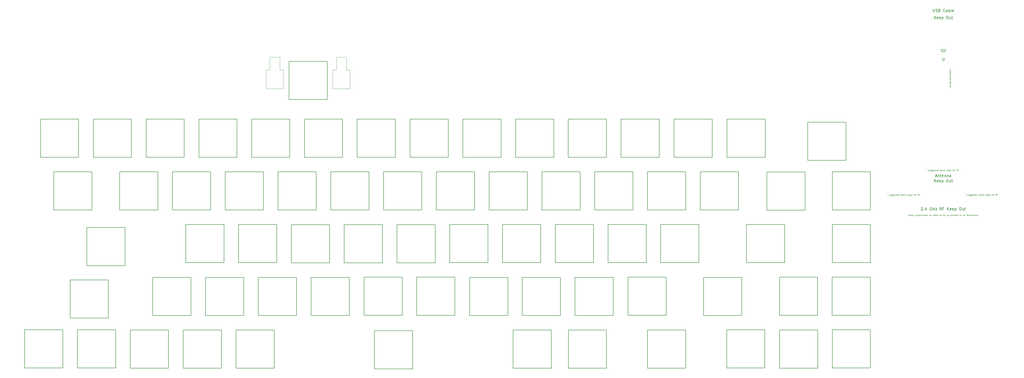
<source format=gbr>
%TF.GenerationSoftware,KiCad,Pcbnew,9.0.2*%
%TF.CreationDate,2025-06-27T23:49:45-07:00*%
%TF.ProjectId,Proj3,50726f6a-332e-46b6-9963-61645f706362,rev?*%
%TF.SameCoordinates,Original*%
%TF.FileFunction,Other,Comment*%
%FSLAX46Y46*%
G04 Gerber Fmt 4.6, Leading zero omitted, Abs format (unit mm)*
G04 Created by KiCad (PCBNEW 9.0.2) date 2025-06-27 23:49:45*
%MOMM*%
%LPD*%
G01*
G04 APERTURE LIST*
%ADD10C,0.150000*%
%ADD11C,0.050000*%
%ADD12C,0.075000*%
%ADD13C,0.152400*%
%ADD14C,0.120000*%
G04 APERTURE END LIST*
D10*
X423511904Y-184291819D02*
X423511904Y-185101342D01*
X423511904Y-185101342D02*
X423559523Y-185196580D01*
X423559523Y-185196580D02*
X423607142Y-185244200D01*
X423607142Y-185244200D02*
X423702380Y-185291819D01*
X423702380Y-185291819D02*
X423892856Y-185291819D01*
X423892856Y-185291819D02*
X423988094Y-185244200D01*
X423988094Y-185244200D02*
X424035713Y-185196580D01*
X424035713Y-185196580D02*
X424083332Y-185101342D01*
X424083332Y-185101342D02*
X424083332Y-184291819D01*
X424511904Y-185244200D02*
X424654761Y-185291819D01*
X424654761Y-185291819D02*
X424892856Y-185291819D01*
X424892856Y-185291819D02*
X424988094Y-185244200D01*
X424988094Y-185244200D02*
X425035713Y-185196580D01*
X425035713Y-185196580D02*
X425083332Y-185101342D01*
X425083332Y-185101342D02*
X425083332Y-185006104D01*
X425083332Y-185006104D02*
X425035713Y-184910866D01*
X425035713Y-184910866D02*
X424988094Y-184863247D01*
X424988094Y-184863247D02*
X424892856Y-184815628D01*
X424892856Y-184815628D02*
X424702380Y-184768009D01*
X424702380Y-184768009D02*
X424607142Y-184720390D01*
X424607142Y-184720390D02*
X424559523Y-184672771D01*
X424559523Y-184672771D02*
X424511904Y-184577533D01*
X424511904Y-184577533D02*
X424511904Y-184482295D01*
X424511904Y-184482295D02*
X424559523Y-184387057D01*
X424559523Y-184387057D02*
X424607142Y-184339438D01*
X424607142Y-184339438D02*
X424702380Y-184291819D01*
X424702380Y-184291819D02*
X424940475Y-184291819D01*
X424940475Y-184291819D02*
X425083332Y-184339438D01*
X425845237Y-184768009D02*
X425988094Y-184815628D01*
X425988094Y-184815628D02*
X426035713Y-184863247D01*
X426035713Y-184863247D02*
X426083332Y-184958485D01*
X426083332Y-184958485D02*
X426083332Y-185101342D01*
X426083332Y-185101342D02*
X426035713Y-185196580D01*
X426035713Y-185196580D02*
X425988094Y-185244200D01*
X425988094Y-185244200D02*
X425892856Y-185291819D01*
X425892856Y-185291819D02*
X425511904Y-185291819D01*
X425511904Y-185291819D02*
X425511904Y-184291819D01*
X425511904Y-184291819D02*
X425845237Y-184291819D01*
X425845237Y-184291819D02*
X425940475Y-184339438D01*
X425940475Y-184339438D02*
X425988094Y-184387057D01*
X425988094Y-184387057D02*
X426035713Y-184482295D01*
X426035713Y-184482295D02*
X426035713Y-184577533D01*
X426035713Y-184577533D02*
X425988094Y-184672771D01*
X425988094Y-184672771D02*
X425940475Y-184720390D01*
X425940475Y-184720390D02*
X425845237Y-184768009D01*
X425845237Y-184768009D02*
X425511904Y-184768009D01*
X427845237Y-185196580D02*
X427797618Y-185244200D01*
X427797618Y-185244200D02*
X427654761Y-185291819D01*
X427654761Y-185291819D02*
X427559523Y-185291819D01*
X427559523Y-185291819D02*
X427416666Y-185244200D01*
X427416666Y-185244200D02*
X427321428Y-185148961D01*
X427321428Y-185148961D02*
X427273809Y-185053723D01*
X427273809Y-185053723D02*
X427226190Y-184863247D01*
X427226190Y-184863247D02*
X427226190Y-184720390D01*
X427226190Y-184720390D02*
X427273809Y-184529914D01*
X427273809Y-184529914D02*
X427321428Y-184434676D01*
X427321428Y-184434676D02*
X427416666Y-184339438D01*
X427416666Y-184339438D02*
X427559523Y-184291819D01*
X427559523Y-184291819D02*
X427654761Y-184291819D01*
X427654761Y-184291819D02*
X427797618Y-184339438D01*
X427797618Y-184339438D02*
X427845237Y-184387057D01*
X428702380Y-185291819D02*
X428702380Y-184768009D01*
X428702380Y-184768009D02*
X428654761Y-184672771D01*
X428654761Y-184672771D02*
X428559523Y-184625152D01*
X428559523Y-184625152D02*
X428369047Y-184625152D01*
X428369047Y-184625152D02*
X428273809Y-184672771D01*
X428702380Y-185244200D02*
X428607142Y-185291819D01*
X428607142Y-185291819D02*
X428369047Y-185291819D01*
X428369047Y-185291819D02*
X428273809Y-185244200D01*
X428273809Y-185244200D02*
X428226190Y-185148961D01*
X428226190Y-185148961D02*
X428226190Y-185053723D01*
X428226190Y-185053723D02*
X428273809Y-184958485D01*
X428273809Y-184958485D02*
X428369047Y-184910866D01*
X428369047Y-184910866D02*
X428607142Y-184910866D01*
X428607142Y-184910866D02*
X428702380Y-184863247D01*
X429178571Y-185291819D02*
X429178571Y-184291819D01*
X429178571Y-184672771D02*
X429273809Y-184625152D01*
X429273809Y-184625152D02*
X429464285Y-184625152D01*
X429464285Y-184625152D02*
X429559523Y-184672771D01*
X429559523Y-184672771D02*
X429607142Y-184720390D01*
X429607142Y-184720390D02*
X429654761Y-184815628D01*
X429654761Y-184815628D02*
X429654761Y-185101342D01*
X429654761Y-185101342D02*
X429607142Y-185196580D01*
X429607142Y-185196580D02*
X429559523Y-185244200D01*
X429559523Y-185244200D02*
X429464285Y-185291819D01*
X429464285Y-185291819D02*
X429273809Y-185291819D01*
X429273809Y-185291819D02*
X429178571Y-185244200D01*
X430226190Y-185291819D02*
X430130952Y-185244200D01*
X430130952Y-185244200D02*
X430083333Y-185148961D01*
X430083333Y-185148961D02*
X430083333Y-184291819D01*
X430988095Y-185244200D02*
X430892857Y-185291819D01*
X430892857Y-185291819D02*
X430702381Y-185291819D01*
X430702381Y-185291819D02*
X430607143Y-185244200D01*
X430607143Y-185244200D02*
X430559524Y-185148961D01*
X430559524Y-185148961D02*
X430559524Y-184768009D01*
X430559524Y-184768009D02*
X430607143Y-184672771D01*
X430607143Y-184672771D02*
X430702381Y-184625152D01*
X430702381Y-184625152D02*
X430892857Y-184625152D01*
X430892857Y-184625152D02*
X430988095Y-184672771D01*
X430988095Y-184672771D02*
X431035714Y-184768009D01*
X431035714Y-184768009D02*
X431035714Y-184863247D01*
X431035714Y-184863247D02*
X430559524Y-184958485D01*
D11*
X426654821Y-199709348D02*
X426638949Y-199725220D01*
X426638949Y-199725220D02*
X426591335Y-199741091D01*
X426591335Y-199741091D02*
X426559592Y-199741091D01*
X426559592Y-199741091D02*
X426511978Y-199725220D01*
X426511978Y-199725220D02*
X426480235Y-199693477D01*
X426480235Y-199693477D02*
X426464364Y-199661734D01*
X426464364Y-199661734D02*
X426448492Y-199598248D01*
X426448492Y-199598248D02*
X426448492Y-199550634D01*
X426448492Y-199550634D02*
X426464364Y-199487148D01*
X426464364Y-199487148D02*
X426480235Y-199455405D01*
X426480235Y-199455405D02*
X426511978Y-199423662D01*
X426511978Y-199423662D02*
X426559592Y-199407791D01*
X426559592Y-199407791D02*
X426591335Y-199407791D01*
X426591335Y-199407791D02*
X426638949Y-199423662D01*
X426638949Y-199423662D02*
X426654821Y-199439534D01*
X426845278Y-199741091D02*
X426813535Y-199725220D01*
X426813535Y-199725220D02*
X426797664Y-199709348D01*
X426797664Y-199709348D02*
X426781792Y-199677605D01*
X426781792Y-199677605D02*
X426781792Y-199582377D01*
X426781792Y-199582377D02*
X426797664Y-199550634D01*
X426797664Y-199550634D02*
X426813535Y-199534762D01*
X426813535Y-199534762D02*
X426845278Y-199518891D01*
X426845278Y-199518891D02*
X426892892Y-199518891D01*
X426892892Y-199518891D02*
X426924635Y-199534762D01*
X426924635Y-199534762D02*
X426940507Y-199550634D01*
X426940507Y-199550634D02*
X426956378Y-199582377D01*
X426956378Y-199582377D02*
X426956378Y-199677605D01*
X426956378Y-199677605D02*
X426940507Y-199709348D01*
X426940507Y-199709348D02*
X426924635Y-199725220D01*
X426924635Y-199725220D02*
X426892892Y-199741091D01*
X426892892Y-199741091D02*
X426845278Y-199741091D01*
X427099221Y-199518891D02*
X427099221Y-199852191D01*
X427099221Y-199534762D02*
X427130964Y-199518891D01*
X427130964Y-199518891D02*
X427194449Y-199518891D01*
X427194449Y-199518891D02*
X427226192Y-199534762D01*
X427226192Y-199534762D02*
X427242064Y-199550634D01*
X427242064Y-199550634D02*
X427257935Y-199582377D01*
X427257935Y-199582377D02*
X427257935Y-199677605D01*
X427257935Y-199677605D02*
X427242064Y-199709348D01*
X427242064Y-199709348D02*
X427226192Y-199725220D01*
X427226192Y-199725220D02*
X427194449Y-199741091D01*
X427194449Y-199741091D02*
X427130964Y-199741091D01*
X427130964Y-199741091D02*
X427099221Y-199725220D01*
X427400778Y-199518891D02*
X427400778Y-199852191D01*
X427400778Y-199534762D02*
X427432521Y-199518891D01*
X427432521Y-199518891D02*
X427496006Y-199518891D01*
X427496006Y-199518891D02*
X427527749Y-199534762D01*
X427527749Y-199534762D02*
X427543621Y-199550634D01*
X427543621Y-199550634D02*
X427559492Y-199582377D01*
X427559492Y-199582377D02*
X427559492Y-199677605D01*
X427559492Y-199677605D02*
X427543621Y-199709348D01*
X427543621Y-199709348D02*
X427527749Y-199725220D01*
X427527749Y-199725220D02*
X427496006Y-199741091D01*
X427496006Y-199741091D02*
X427432521Y-199741091D01*
X427432521Y-199741091D02*
X427400778Y-199725220D01*
X427829306Y-199725220D02*
X427797563Y-199741091D01*
X427797563Y-199741091D02*
X427734078Y-199741091D01*
X427734078Y-199741091D02*
X427702335Y-199725220D01*
X427702335Y-199725220D02*
X427686463Y-199693477D01*
X427686463Y-199693477D02*
X427686463Y-199566505D01*
X427686463Y-199566505D02*
X427702335Y-199534762D01*
X427702335Y-199534762D02*
X427734078Y-199518891D01*
X427734078Y-199518891D02*
X427797563Y-199518891D01*
X427797563Y-199518891D02*
X427829306Y-199534762D01*
X427829306Y-199534762D02*
X427845178Y-199566505D01*
X427845178Y-199566505D02*
X427845178Y-199598248D01*
X427845178Y-199598248D02*
X427686463Y-199629991D01*
X427988021Y-199741091D02*
X427988021Y-199518891D01*
X427988021Y-199582377D02*
X428003892Y-199550634D01*
X428003892Y-199550634D02*
X428019764Y-199534762D01*
X428019764Y-199534762D02*
X428051506Y-199518891D01*
X428051506Y-199518891D02*
X428083249Y-199518891D01*
X429772994Y-206115972D02*
X429772994Y-206227072D01*
X429598408Y-206274686D02*
X429598408Y-206115972D01*
X429598408Y-206115972D02*
X429931708Y-206115972D01*
X429931708Y-206115972D02*
X429931708Y-206274686D01*
X429598408Y-206385786D02*
X429820608Y-206560372D01*
X429820608Y-206385786D02*
X429598408Y-206560372D01*
X429820608Y-206687343D02*
X429487308Y-206687343D01*
X429804737Y-206687343D02*
X429820608Y-206719086D01*
X429820608Y-206719086D02*
X429820608Y-206782571D01*
X429820608Y-206782571D02*
X429804737Y-206814314D01*
X429804737Y-206814314D02*
X429788865Y-206830186D01*
X429788865Y-206830186D02*
X429757122Y-206846057D01*
X429757122Y-206846057D02*
X429661894Y-206846057D01*
X429661894Y-206846057D02*
X429630151Y-206830186D01*
X429630151Y-206830186D02*
X429614280Y-206814314D01*
X429614280Y-206814314D02*
X429598408Y-206782571D01*
X429598408Y-206782571D02*
X429598408Y-206719086D01*
X429598408Y-206719086D02*
X429614280Y-206687343D01*
X429598408Y-207036514D02*
X429614280Y-207004771D01*
X429614280Y-207004771D02*
X429630151Y-206988900D01*
X429630151Y-206988900D02*
X429661894Y-206973028D01*
X429661894Y-206973028D02*
X429757122Y-206973028D01*
X429757122Y-206973028D02*
X429788865Y-206988900D01*
X429788865Y-206988900D02*
X429804737Y-207004771D01*
X429804737Y-207004771D02*
X429820608Y-207036514D01*
X429820608Y-207036514D02*
X429820608Y-207084128D01*
X429820608Y-207084128D02*
X429804737Y-207115871D01*
X429804737Y-207115871D02*
X429788865Y-207131743D01*
X429788865Y-207131743D02*
X429757122Y-207147614D01*
X429757122Y-207147614D02*
X429661894Y-207147614D01*
X429661894Y-207147614D02*
X429630151Y-207131743D01*
X429630151Y-207131743D02*
X429614280Y-207115871D01*
X429614280Y-207115871D02*
X429598408Y-207084128D01*
X429598408Y-207084128D02*
X429598408Y-207036514D01*
X429614280Y-207274585D02*
X429598408Y-207306328D01*
X429598408Y-207306328D02*
X429598408Y-207369814D01*
X429598408Y-207369814D02*
X429614280Y-207401557D01*
X429614280Y-207401557D02*
X429646022Y-207417428D01*
X429646022Y-207417428D02*
X429661894Y-207417428D01*
X429661894Y-207417428D02*
X429693637Y-207401557D01*
X429693637Y-207401557D02*
X429709508Y-207369814D01*
X429709508Y-207369814D02*
X429709508Y-207322200D01*
X429709508Y-207322200D02*
X429725380Y-207290457D01*
X429725380Y-207290457D02*
X429757122Y-207274585D01*
X429757122Y-207274585D02*
X429772994Y-207274585D01*
X429772994Y-207274585D02*
X429804737Y-207290457D01*
X429804737Y-207290457D02*
X429820608Y-207322200D01*
X429820608Y-207322200D02*
X429820608Y-207369814D01*
X429820608Y-207369814D02*
X429804737Y-207401557D01*
X429614280Y-207687242D02*
X429598408Y-207655499D01*
X429598408Y-207655499D02*
X429598408Y-207592014D01*
X429598408Y-207592014D02*
X429614280Y-207560271D01*
X429614280Y-207560271D02*
X429646022Y-207544399D01*
X429646022Y-207544399D02*
X429772994Y-207544399D01*
X429772994Y-207544399D02*
X429804737Y-207560271D01*
X429804737Y-207560271D02*
X429820608Y-207592014D01*
X429820608Y-207592014D02*
X429820608Y-207655499D01*
X429820608Y-207655499D02*
X429804737Y-207687242D01*
X429804737Y-207687242D02*
X429772994Y-207703114D01*
X429772994Y-207703114D02*
X429741251Y-207703114D01*
X429741251Y-207703114D02*
X429709508Y-207544399D01*
X429598408Y-207988800D02*
X429931708Y-207988800D01*
X429614280Y-207988800D02*
X429598408Y-207957057D01*
X429598408Y-207957057D02*
X429598408Y-207893571D01*
X429598408Y-207893571D02*
X429614280Y-207861828D01*
X429614280Y-207861828D02*
X429630151Y-207845957D01*
X429630151Y-207845957D02*
X429661894Y-207830085D01*
X429661894Y-207830085D02*
X429757122Y-207830085D01*
X429757122Y-207830085D02*
X429788865Y-207845957D01*
X429788865Y-207845957D02*
X429804737Y-207861828D01*
X429804737Y-207861828D02*
X429820608Y-207893571D01*
X429820608Y-207893571D02*
X429820608Y-207957057D01*
X429820608Y-207957057D02*
X429804737Y-207988800D01*
X429630151Y-208591914D02*
X429614280Y-208576042D01*
X429614280Y-208576042D02*
X429598408Y-208528428D01*
X429598408Y-208528428D02*
X429598408Y-208496685D01*
X429598408Y-208496685D02*
X429614280Y-208449071D01*
X429614280Y-208449071D02*
X429646022Y-208417328D01*
X429646022Y-208417328D02*
X429677765Y-208401457D01*
X429677765Y-208401457D02*
X429741251Y-208385585D01*
X429741251Y-208385585D02*
X429788865Y-208385585D01*
X429788865Y-208385585D02*
X429852351Y-208401457D01*
X429852351Y-208401457D02*
X429884094Y-208417328D01*
X429884094Y-208417328D02*
X429915837Y-208449071D01*
X429915837Y-208449071D02*
X429931708Y-208496685D01*
X429931708Y-208496685D02*
X429931708Y-208528428D01*
X429931708Y-208528428D02*
X429915837Y-208576042D01*
X429915837Y-208576042D02*
X429899965Y-208591914D01*
X429598408Y-208782371D02*
X429614280Y-208750628D01*
X429614280Y-208750628D02*
X429630151Y-208734757D01*
X429630151Y-208734757D02*
X429661894Y-208718885D01*
X429661894Y-208718885D02*
X429757122Y-208718885D01*
X429757122Y-208718885D02*
X429788865Y-208734757D01*
X429788865Y-208734757D02*
X429804737Y-208750628D01*
X429804737Y-208750628D02*
X429820608Y-208782371D01*
X429820608Y-208782371D02*
X429820608Y-208829985D01*
X429820608Y-208829985D02*
X429804737Y-208861728D01*
X429804737Y-208861728D02*
X429788865Y-208877600D01*
X429788865Y-208877600D02*
X429757122Y-208893471D01*
X429757122Y-208893471D02*
X429661894Y-208893471D01*
X429661894Y-208893471D02*
X429630151Y-208877600D01*
X429630151Y-208877600D02*
X429614280Y-208861728D01*
X429614280Y-208861728D02*
X429598408Y-208829985D01*
X429598408Y-208829985D02*
X429598408Y-208782371D01*
X429820608Y-209036314D02*
X429487308Y-209036314D01*
X429804737Y-209036314D02*
X429820608Y-209068057D01*
X429820608Y-209068057D02*
X429820608Y-209131542D01*
X429820608Y-209131542D02*
X429804737Y-209163285D01*
X429804737Y-209163285D02*
X429788865Y-209179157D01*
X429788865Y-209179157D02*
X429757122Y-209195028D01*
X429757122Y-209195028D02*
X429661894Y-209195028D01*
X429661894Y-209195028D02*
X429630151Y-209179157D01*
X429630151Y-209179157D02*
X429614280Y-209163285D01*
X429614280Y-209163285D02*
X429598408Y-209131542D01*
X429598408Y-209131542D02*
X429598408Y-209068057D01*
X429598408Y-209068057D02*
X429614280Y-209036314D01*
X429820608Y-209337871D02*
X429487308Y-209337871D01*
X429804737Y-209337871D02*
X429820608Y-209369614D01*
X429820608Y-209369614D02*
X429820608Y-209433099D01*
X429820608Y-209433099D02*
X429804737Y-209464842D01*
X429804737Y-209464842D02*
X429788865Y-209480714D01*
X429788865Y-209480714D02*
X429757122Y-209496585D01*
X429757122Y-209496585D02*
X429661894Y-209496585D01*
X429661894Y-209496585D02*
X429630151Y-209480714D01*
X429630151Y-209480714D02*
X429614280Y-209464842D01*
X429614280Y-209464842D02*
X429598408Y-209433099D01*
X429598408Y-209433099D02*
X429598408Y-209369614D01*
X429598408Y-209369614D02*
X429614280Y-209337871D01*
X429614280Y-209766399D02*
X429598408Y-209734656D01*
X429598408Y-209734656D02*
X429598408Y-209671171D01*
X429598408Y-209671171D02*
X429614280Y-209639428D01*
X429614280Y-209639428D02*
X429646022Y-209623556D01*
X429646022Y-209623556D02*
X429772994Y-209623556D01*
X429772994Y-209623556D02*
X429804737Y-209639428D01*
X429804737Y-209639428D02*
X429820608Y-209671171D01*
X429820608Y-209671171D02*
X429820608Y-209734656D01*
X429820608Y-209734656D02*
X429804737Y-209766399D01*
X429804737Y-209766399D02*
X429772994Y-209782271D01*
X429772994Y-209782271D02*
X429741251Y-209782271D01*
X429741251Y-209782271D02*
X429709508Y-209623556D01*
X429598408Y-209925114D02*
X429820608Y-209925114D01*
X429757122Y-209925114D02*
X429788865Y-209940985D01*
X429788865Y-209940985D02*
X429804737Y-209956857D01*
X429804737Y-209956857D02*
X429820608Y-209988599D01*
X429820608Y-209988599D02*
X429820608Y-210020342D01*
X429598408Y-210385386D02*
X429931708Y-210385386D01*
X429598408Y-210575843D02*
X429788865Y-210433000D01*
X429931708Y-210575843D02*
X429741251Y-210385386D01*
X429614280Y-210845657D02*
X429598408Y-210813914D01*
X429598408Y-210813914D02*
X429598408Y-210750429D01*
X429598408Y-210750429D02*
X429614280Y-210718686D01*
X429614280Y-210718686D02*
X429646022Y-210702814D01*
X429646022Y-210702814D02*
X429772994Y-210702814D01*
X429772994Y-210702814D02*
X429804737Y-210718686D01*
X429804737Y-210718686D02*
X429820608Y-210750429D01*
X429820608Y-210750429D02*
X429820608Y-210813914D01*
X429820608Y-210813914D02*
X429804737Y-210845657D01*
X429804737Y-210845657D02*
X429772994Y-210861529D01*
X429772994Y-210861529D02*
X429741251Y-210861529D01*
X429741251Y-210861529D02*
X429709508Y-210702814D01*
X429614280Y-211131343D02*
X429598408Y-211099600D01*
X429598408Y-211099600D02*
X429598408Y-211036115D01*
X429598408Y-211036115D02*
X429614280Y-211004372D01*
X429614280Y-211004372D02*
X429646022Y-210988500D01*
X429646022Y-210988500D02*
X429772994Y-210988500D01*
X429772994Y-210988500D02*
X429804737Y-211004372D01*
X429804737Y-211004372D02*
X429820608Y-211036115D01*
X429820608Y-211036115D02*
X429820608Y-211099600D01*
X429820608Y-211099600D02*
X429804737Y-211131343D01*
X429804737Y-211131343D02*
X429772994Y-211147215D01*
X429772994Y-211147215D02*
X429741251Y-211147215D01*
X429741251Y-211147215D02*
X429709508Y-210988500D01*
X429820608Y-211290058D02*
X429487308Y-211290058D01*
X429804737Y-211290058D02*
X429820608Y-211321801D01*
X429820608Y-211321801D02*
X429820608Y-211385286D01*
X429820608Y-211385286D02*
X429804737Y-211417029D01*
X429804737Y-211417029D02*
X429788865Y-211432901D01*
X429788865Y-211432901D02*
X429757122Y-211448772D01*
X429757122Y-211448772D02*
X429661894Y-211448772D01*
X429661894Y-211448772D02*
X429630151Y-211432901D01*
X429630151Y-211432901D02*
X429614280Y-211417029D01*
X429614280Y-211417029D02*
X429598408Y-211385286D01*
X429598408Y-211385286D02*
X429598408Y-211321801D01*
X429598408Y-211321801D02*
X429614280Y-211290058D01*
X429931708Y-211909043D02*
X429931708Y-211972529D01*
X429931708Y-211972529D02*
X429915837Y-212004272D01*
X429915837Y-212004272D02*
X429884094Y-212036015D01*
X429884094Y-212036015D02*
X429820608Y-212051886D01*
X429820608Y-212051886D02*
X429709508Y-212051886D01*
X429709508Y-212051886D02*
X429646022Y-212036015D01*
X429646022Y-212036015D02*
X429614280Y-212004272D01*
X429614280Y-212004272D02*
X429598408Y-211972529D01*
X429598408Y-211972529D02*
X429598408Y-211909043D01*
X429598408Y-211909043D02*
X429614280Y-211877301D01*
X429614280Y-211877301D02*
X429646022Y-211845558D01*
X429646022Y-211845558D02*
X429709508Y-211829686D01*
X429709508Y-211829686D02*
X429820608Y-211829686D01*
X429820608Y-211829686D02*
X429884094Y-211845558D01*
X429884094Y-211845558D02*
X429915837Y-211877301D01*
X429915837Y-211877301D02*
X429931708Y-211909043D01*
X429820608Y-212337572D02*
X429598408Y-212337572D01*
X429820608Y-212194729D02*
X429646022Y-212194729D01*
X429646022Y-212194729D02*
X429614280Y-212210600D01*
X429614280Y-212210600D02*
X429598408Y-212242343D01*
X429598408Y-212242343D02*
X429598408Y-212289957D01*
X429598408Y-212289957D02*
X429614280Y-212321700D01*
X429614280Y-212321700D02*
X429630151Y-212337572D01*
X429820608Y-212448671D02*
X429820608Y-212575643D01*
X429931708Y-212496286D02*
X429646022Y-212496286D01*
X429646022Y-212496286D02*
X429614280Y-212512157D01*
X429614280Y-212512157D02*
X429598408Y-212543900D01*
X429598408Y-212543900D02*
X429598408Y-212575643D01*
D10*
X424035714Y-187831819D02*
X424035714Y-186831819D01*
X424607142Y-187831819D02*
X424178571Y-187260390D01*
X424607142Y-186831819D02*
X424035714Y-187403247D01*
X425416666Y-187784200D02*
X425321428Y-187831819D01*
X425321428Y-187831819D02*
X425130952Y-187831819D01*
X425130952Y-187831819D02*
X425035714Y-187784200D01*
X425035714Y-187784200D02*
X424988095Y-187688961D01*
X424988095Y-187688961D02*
X424988095Y-187308009D01*
X424988095Y-187308009D02*
X425035714Y-187212771D01*
X425035714Y-187212771D02*
X425130952Y-187165152D01*
X425130952Y-187165152D02*
X425321428Y-187165152D01*
X425321428Y-187165152D02*
X425416666Y-187212771D01*
X425416666Y-187212771D02*
X425464285Y-187308009D01*
X425464285Y-187308009D02*
X425464285Y-187403247D01*
X425464285Y-187403247D02*
X424988095Y-187498485D01*
X426273809Y-187784200D02*
X426178571Y-187831819D01*
X426178571Y-187831819D02*
X425988095Y-187831819D01*
X425988095Y-187831819D02*
X425892857Y-187784200D01*
X425892857Y-187784200D02*
X425845238Y-187688961D01*
X425845238Y-187688961D02*
X425845238Y-187308009D01*
X425845238Y-187308009D02*
X425892857Y-187212771D01*
X425892857Y-187212771D02*
X425988095Y-187165152D01*
X425988095Y-187165152D02*
X426178571Y-187165152D01*
X426178571Y-187165152D02*
X426273809Y-187212771D01*
X426273809Y-187212771D02*
X426321428Y-187308009D01*
X426321428Y-187308009D02*
X426321428Y-187403247D01*
X426321428Y-187403247D02*
X425845238Y-187498485D01*
X426750000Y-187165152D02*
X426750000Y-188165152D01*
X426750000Y-187212771D02*
X426845238Y-187165152D01*
X426845238Y-187165152D02*
X427035714Y-187165152D01*
X427035714Y-187165152D02*
X427130952Y-187212771D01*
X427130952Y-187212771D02*
X427178571Y-187260390D01*
X427178571Y-187260390D02*
X427226190Y-187355628D01*
X427226190Y-187355628D02*
X427226190Y-187641342D01*
X427226190Y-187641342D02*
X427178571Y-187736580D01*
X427178571Y-187736580D02*
X427130952Y-187784200D01*
X427130952Y-187784200D02*
X427035714Y-187831819D01*
X427035714Y-187831819D02*
X426845238Y-187831819D01*
X426845238Y-187831819D02*
X426750000Y-187784200D01*
X428607143Y-186831819D02*
X428797619Y-186831819D01*
X428797619Y-186831819D02*
X428892857Y-186879438D01*
X428892857Y-186879438D02*
X428988095Y-186974676D01*
X428988095Y-186974676D02*
X429035714Y-187165152D01*
X429035714Y-187165152D02*
X429035714Y-187498485D01*
X429035714Y-187498485D02*
X428988095Y-187688961D01*
X428988095Y-187688961D02*
X428892857Y-187784200D01*
X428892857Y-187784200D02*
X428797619Y-187831819D01*
X428797619Y-187831819D02*
X428607143Y-187831819D01*
X428607143Y-187831819D02*
X428511905Y-187784200D01*
X428511905Y-187784200D02*
X428416667Y-187688961D01*
X428416667Y-187688961D02*
X428369048Y-187498485D01*
X428369048Y-187498485D02*
X428369048Y-187165152D01*
X428369048Y-187165152D02*
X428416667Y-186974676D01*
X428416667Y-186974676D02*
X428511905Y-186879438D01*
X428511905Y-186879438D02*
X428607143Y-186831819D01*
X429892857Y-187165152D02*
X429892857Y-187831819D01*
X429464286Y-187165152D02*
X429464286Y-187688961D01*
X429464286Y-187688961D02*
X429511905Y-187784200D01*
X429511905Y-187784200D02*
X429607143Y-187831819D01*
X429607143Y-187831819D02*
X429750000Y-187831819D01*
X429750000Y-187831819D02*
X429845238Y-187784200D01*
X429845238Y-187784200D02*
X429892857Y-187736580D01*
X430226191Y-187165152D02*
X430607143Y-187165152D01*
X430369048Y-186831819D02*
X430369048Y-187688961D01*
X430369048Y-187688961D02*
X430416667Y-187784200D01*
X430416667Y-187784200D02*
X430511905Y-187831819D01*
X430511905Y-187831819D02*
X430607143Y-187831819D01*
D12*
X406973812Y-251287028D02*
X407069050Y-251215600D01*
X407069050Y-251215600D02*
X407164288Y-251287028D01*
X407688097Y-251715600D02*
X407759525Y-251739409D01*
X407759525Y-251739409D02*
X407878573Y-251739409D01*
X407878573Y-251739409D02*
X407926192Y-251715600D01*
X407926192Y-251715600D02*
X407950001Y-251691790D01*
X407950001Y-251691790D02*
X407973811Y-251644171D01*
X407973811Y-251644171D02*
X407973811Y-251596552D01*
X407973811Y-251596552D02*
X407950001Y-251548933D01*
X407950001Y-251548933D02*
X407926192Y-251525123D01*
X407926192Y-251525123D02*
X407878573Y-251501314D01*
X407878573Y-251501314D02*
X407783335Y-251477504D01*
X407783335Y-251477504D02*
X407735716Y-251453695D01*
X407735716Y-251453695D02*
X407711906Y-251429885D01*
X407711906Y-251429885D02*
X407688097Y-251382266D01*
X407688097Y-251382266D02*
X407688097Y-251334647D01*
X407688097Y-251334647D02*
X407711906Y-251287028D01*
X407711906Y-251287028D02*
X407735716Y-251263219D01*
X407735716Y-251263219D02*
X407783335Y-251239409D01*
X407783335Y-251239409D02*
X407902382Y-251239409D01*
X407902382Y-251239409D02*
X407973811Y-251263219D01*
X408402382Y-251406076D02*
X408402382Y-251739409D01*
X408188096Y-251406076D02*
X408188096Y-251667980D01*
X408188096Y-251667980D02*
X408211906Y-251715600D01*
X408211906Y-251715600D02*
X408259525Y-251739409D01*
X408259525Y-251739409D02*
X408330953Y-251739409D01*
X408330953Y-251739409D02*
X408378572Y-251715600D01*
X408378572Y-251715600D02*
X408402382Y-251691790D01*
X408854763Y-251406076D02*
X408854763Y-251810838D01*
X408854763Y-251810838D02*
X408830953Y-251858457D01*
X408830953Y-251858457D02*
X408807144Y-251882266D01*
X408807144Y-251882266D02*
X408759525Y-251906076D01*
X408759525Y-251906076D02*
X408688096Y-251906076D01*
X408688096Y-251906076D02*
X408640477Y-251882266D01*
X408854763Y-251715600D02*
X408807144Y-251739409D01*
X408807144Y-251739409D02*
X408711906Y-251739409D01*
X408711906Y-251739409D02*
X408664287Y-251715600D01*
X408664287Y-251715600D02*
X408640477Y-251691790D01*
X408640477Y-251691790D02*
X408616668Y-251644171D01*
X408616668Y-251644171D02*
X408616668Y-251501314D01*
X408616668Y-251501314D02*
X408640477Y-251453695D01*
X408640477Y-251453695D02*
X408664287Y-251429885D01*
X408664287Y-251429885D02*
X408711906Y-251406076D01*
X408711906Y-251406076D02*
X408807144Y-251406076D01*
X408807144Y-251406076D02*
X408854763Y-251429885D01*
X409307144Y-251406076D02*
X409307144Y-251810838D01*
X409307144Y-251810838D02*
X409283334Y-251858457D01*
X409283334Y-251858457D02*
X409259525Y-251882266D01*
X409259525Y-251882266D02*
X409211906Y-251906076D01*
X409211906Y-251906076D02*
X409140477Y-251906076D01*
X409140477Y-251906076D02*
X409092858Y-251882266D01*
X409307144Y-251715600D02*
X409259525Y-251739409D01*
X409259525Y-251739409D02*
X409164287Y-251739409D01*
X409164287Y-251739409D02*
X409116668Y-251715600D01*
X409116668Y-251715600D02*
X409092858Y-251691790D01*
X409092858Y-251691790D02*
X409069049Y-251644171D01*
X409069049Y-251644171D02*
X409069049Y-251501314D01*
X409069049Y-251501314D02*
X409092858Y-251453695D01*
X409092858Y-251453695D02*
X409116668Y-251429885D01*
X409116668Y-251429885D02*
X409164287Y-251406076D01*
X409164287Y-251406076D02*
X409259525Y-251406076D01*
X409259525Y-251406076D02*
X409307144Y-251429885D01*
X409735715Y-251715600D02*
X409688096Y-251739409D01*
X409688096Y-251739409D02*
X409592858Y-251739409D01*
X409592858Y-251739409D02*
X409545239Y-251715600D01*
X409545239Y-251715600D02*
X409521430Y-251667980D01*
X409521430Y-251667980D02*
X409521430Y-251477504D01*
X409521430Y-251477504D02*
X409545239Y-251429885D01*
X409545239Y-251429885D02*
X409592858Y-251406076D01*
X409592858Y-251406076D02*
X409688096Y-251406076D01*
X409688096Y-251406076D02*
X409735715Y-251429885D01*
X409735715Y-251429885D02*
X409759525Y-251477504D01*
X409759525Y-251477504D02*
X409759525Y-251525123D01*
X409759525Y-251525123D02*
X409521430Y-251572742D01*
X409950001Y-251715600D02*
X409997620Y-251739409D01*
X409997620Y-251739409D02*
X410092858Y-251739409D01*
X410092858Y-251739409D02*
X410140477Y-251715600D01*
X410140477Y-251715600D02*
X410164286Y-251667980D01*
X410164286Y-251667980D02*
X410164286Y-251644171D01*
X410164286Y-251644171D02*
X410140477Y-251596552D01*
X410140477Y-251596552D02*
X410092858Y-251572742D01*
X410092858Y-251572742D02*
X410021429Y-251572742D01*
X410021429Y-251572742D02*
X409973810Y-251548933D01*
X409973810Y-251548933D02*
X409950001Y-251501314D01*
X409950001Y-251501314D02*
X409950001Y-251477504D01*
X409950001Y-251477504D02*
X409973810Y-251429885D01*
X409973810Y-251429885D02*
X410021429Y-251406076D01*
X410021429Y-251406076D02*
X410092858Y-251406076D01*
X410092858Y-251406076D02*
X410140477Y-251429885D01*
X410307144Y-251406076D02*
X410497620Y-251406076D01*
X410378572Y-251239409D02*
X410378572Y-251667980D01*
X410378572Y-251667980D02*
X410402382Y-251715600D01*
X410402382Y-251715600D02*
X410450001Y-251739409D01*
X410450001Y-251739409D02*
X410497620Y-251739409D01*
X410854762Y-251715600D02*
X410807143Y-251739409D01*
X410807143Y-251739409D02*
X410711905Y-251739409D01*
X410711905Y-251739409D02*
X410664286Y-251715600D01*
X410664286Y-251715600D02*
X410640477Y-251667980D01*
X410640477Y-251667980D02*
X410640477Y-251477504D01*
X410640477Y-251477504D02*
X410664286Y-251429885D01*
X410664286Y-251429885D02*
X410711905Y-251406076D01*
X410711905Y-251406076D02*
X410807143Y-251406076D01*
X410807143Y-251406076D02*
X410854762Y-251429885D01*
X410854762Y-251429885D02*
X410878572Y-251477504D01*
X410878572Y-251477504D02*
X410878572Y-251525123D01*
X410878572Y-251525123D02*
X410640477Y-251572742D01*
X411307143Y-251739409D02*
X411307143Y-251239409D01*
X411307143Y-251715600D02*
X411259524Y-251739409D01*
X411259524Y-251739409D02*
X411164286Y-251739409D01*
X411164286Y-251739409D02*
X411116667Y-251715600D01*
X411116667Y-251715600D02*
X411092857Y-251691790D01*
X411092857Y-251691790D02*
X411069048Y-251644171D01*
X411069048Y-251644171D02*
X411069048Y-251501314D01*
X411069048Y-251501314D02*
X411092857Y-251453695D01*
X411092857Y-251453695D02*
X411116667Y-251429885D01*
X411116667Y-251429885D02*
X411164286Y-251406076D01*
X411164286Y-251406076D02*
X411259524Y-251406076D01*
X411259524Y-251406076D02*
X411307143Y-251429885D01*
X411926190Y-251739409D02*
X411926190Y-251239409D01*
X411926190Y-251429885D02*
X411973809Y-251406076D01*
X411973809Y-251406076D02*
X412069047Y-251406076D01*
X412069047Y-251406076D02*
X412116666Y-251429885D01*
X412116666Y-251429885D02*
X412140476Y-251453695D01*
X412140476Y-251453695D02*
X412164285Y-251501314D01*
X412164285Y-251501314D02*
X412164285Y-251644171D01*
X412164285Y-251644171D02*
X412140476Y-251691790D01*
X412140476Y-251691790D02*
X412116666Y-251715600D01*
X412116666Y-251715600D02*
X412069047Y-251739409D01*
X412069047Y-251739409D02*
X411973809Y-251739409D01*
X411973809Y-251739409D02*
X411926190Y-251715600D01*
X412450000Y-251739409D02*
X412402381Y-251715600D01*
X412402381Y-251715600D02*
X412378571Y-251691790D01*
X412378571Y-251691790D02*
X412354762Y-251644171D01*
X412354762Y-251644171D02*
X412354762Y-251501314D01*
X412354762Y-251501314D02*
X412378571Y-251453695D01*
X412378571Y-251453695D02*
X412402381Y-251429885D01*
X412402381Y-251429885D02*
X412450000Y-251406076D01*
X412450000Y-251406076D02*
X412521428Y-251406076D01*
X412521428Y-251406076D02*
X412569047Y-251429885D01*
X412569047Y-251429885D02*
X412592857Y-251453695D01*
X412592857Y-251453695D02*
X412616666Y-251501314D01*
X412616666Y-251501314D02*
X412616666Y-251644171D01*
X412616666Y-251644171D02*
X412592857Y-251691790D01*
X412592857Y-251691790D02*
X412569047Y-251715600D01*
X412569047Y-251715600D02*
X412521428Y-251739409D01*
X412521428Y-251739409D02*
X412450000Y-251739409D01*
X413045238Y-251739409D02*
X413045238Y-251477504D01*
X413045238Y-251477504D02*
X413021428Y-251429885D01*
X413021428Y-251429885D02*
X412973809Y-251406076D01*
X412973809Y-251406076D02*
X412878571Y-251406076D01*
X412878571Y-251406076D02*
X412830952Y-251429885D01*
X413045238Y-251715600D02*
X412997619Y-251739409D01*
X412997619Y-251739409D02*
X412878571Y-251739409D01*
X412878571Y-251739409D02*
X412830952Y-251715600D01*
X412830952Y-251715600D02*
X412807143Y-251667980D01*
X412807143Y-251667980D02*
X412807143Y-251620361D01*
X412807143Y-251620361D02*
X412830952Y-251572742D01*
X412830952Y-251572742D02*
X412878571Y-251548933D01*
X412878571Y-251548933D02*
X412997619Y-251548933D01*
X412997619Y-251548933D02*
X413045238Y-251525123D01*
X413283333Y-251739409D02*
X413283333Y-251406076D01*
X413283333Y-251501314D02*
X413307143Y-251453695D01*
X413307143Y-251453695D02*
X413330952Y-251429885D01*
X413330952Y-251429885D02*
X413378571Y-251406076D01*
X413378571Y-251406076D02*
X413426190Y-251406076D01*
X413807143Y-251739409D02*
X413807143Y-251239409D01*
X413807143Y-251715600D02*
X413759524Y-251739409D01*
X413759524Y-251739409D02*
X413664286Y-251739409D01*
X413664286Y-251739409D02*
X413616667Y-251715600D01*
X413616667Y-251715600D02*
X413592857Y-251691790D01*
X413592857Y-251691790D02*
X413569048Y-251644171D01*
X413569048Y-251644171D02*
X413569048Y-251501314D01*
X413569048Y-251501314D02*
X413592857Y-251453695D01*
X413592857Y-251453695D02*
X413616667Y-251429885D01*
X413616667Y-251429885D02*
X413664286Y-251406076D01*
X413664286Y-251406076D02*
X413759524Y-251406076D01*
X413759524Y-251406076D02*
X413807143Y-251429885D01*
X414616666Y-251715600D02*
X414569047Y-251739409D01*
X414569047Y-251739409D02*
X414473809Y-251739409D01*
X414473809Y-251739409D02*
X414426190Y-251715600D01*
X414426190Y-251715600D02*
X414402381Y-251667980D01*
X414402381Y-251667980D02*
X414402381Y-251477504D01*
X414402381Y-251477504D02*
X414426190Y-251429885D01*
X414426190Y-251429885D02*
X414473809Y-251406076D01*
X414473809Y-251406076D02*
X414569047Y-251406076D01*
X414569047Y-251406076D02*
X414616666Y-251429885D01*
X414616666Y-251429885D02*
X414640476Y-251477504D01*
X414640476Y-251477504D02*
X414640476Y-251525123D01*
X414640476Y-251525123D02*
X414402381Y-251572742D01*
X415069047Y-251739409D02*
X415069047Y-251239409D01*
X415069047Y-251715600D02*
X415021428Y-251739409D01*
X415021428Y-251739409D02*
X414926190Y-251739409D01*
X414926190Y-251739409D02*
X414878571Y-251715600D01*
X414878571Y-251715600D02*
X414854761Y-251691790D01*
X414854761Y-251691790D02*
X414830952Y-251644171D01*
X414830952Y-251644171D02*
X414830952Y-251501314D01*
X414830952Y-251501314D02*
X414854761Y-251453695D01*
X414854761Y-251453695D02*
X414878571Y-251429885D01*
X414878571Y-251429885D02*
X414926190Y-251406076D01*
X414926190Y-251406076D02*
X415021428Y-251406076D01*
X415021428Y-251406076D02*
X415069047Y-251429885D01*
X415521428Y-251406076D02*
X415521428Y-251810838D01*
X415521428Y-251810838D02*
X415497618Y-251858457D01*
X415497618Y-251858457D02*
X415473809Y-251882266D01*
X415473809Y-251882266D02*
X415426190Y-251906076D01*
X415426190Y-251906076D02*
X415354761Y-251906076D01*
X415354761Y-251906076D02*
X415307142Y-251882266D01*
X415521428Y-251715600D02*
X415473809Y-251739409D01*
X415473809Y-251739409D02*
X415378571Y-251739409D01*
X415378571Y-251739409D02*
X415330952Y-251715600D01*
X415330952Y-251715600D02*
X415307142Y-251691790D01*
X415307142Y-251691790D02*
X415283333Y-251644171D01*
X415283333Y-251644171D02*
X415283333Y-251501314D01*
X415283333Y-251501314D02*
X415307142Y-251453695D01*
X415307142Y-251453695D02*
X415330952Y-251429885D01*
X415330952Y-251429885D02*
X415378571Y-251406076D01*
X415378571Y-251406076D02*
X415473809Y-251406076D01*
X415473809Y-251406076D02*
X415521428Y-251429885D01*
X415949999Y-251715600D02*
X415902380Y-251739409D01*
X415902380Y-251739409D02*
X415807142Y-251739409D01*
X415807142Y-251739409D02*
X415759523Y-251715600D01*
X415759523Y-251715600D02*
X415735714Y-251667980D01*
X415735714Y-251667980D02*
X415735714Y-251477504D01*
X415735714Y-251477504D02*
X415759523Y-251429885D01*
X415759523Y-251429885D02*
X415807142Y-251406076D01*
X415807142Y-251406076D02*
X415902380Y-251406076D01*
X415902380Y-251406076D02*
X415949999Y-251429885D01*
X415949999Y-251429885D02*
X415973809Y-251477504D01*
X415973809Y-251477504D02*
X415973809Y-251525123D01*
X415973809Y-251525123D02*
X415735714Y-251572742D01*
X416497618Y-251406076D02*
X416688094Y-251406076D01*
X416569046Y-251739409D02*
X416569046Y-251310838D01*
X416569046Y-251310838D02*
X416592856Y-251263219D01*
X416592856Y-251263219D02*
X416640475Y-251239409D01*
X416640475Y-251239409D02*
X416688094Y-251239409D01*
X416926189Y-251739409D02*
X416878570Y-251715600D01*
X416878570Y-251715600D02*
X416854760Y-251691790D01*
X416854760Y-251691790D02*
X416830951Y-251644171D01*
X416830951Y-251644171D02*
X416830951Y-251501314D01*
X416830951Y-251501314D02*
X416854760Y-251453695D01*
X416854760Y-251453695D02*
X416878570Y-251429885D01*
X416878570Y-251429885D02*
X416926189Y-251406076D01*
X416926189Y-251406076D02*
X416997617Y-251406076D01*
X416997617Y-251406076D02*
X417045236Y-251429885D01*
X417045236Y-251429885D02*
X417069046Y-251453695D01*
X417069046Y-251453695D02*
X417092855Y-251501314D01*
X417092855Y-251501314D02*
X417092855Y-251644171D01*
X417092855Y-251644171D02*
X417069046Y-251691790D01*
X417069046Y-251691790D02*
X417045236Y-251715600D01*
X417045236Y-251715600D02*
X416997617Y-251739409D01*
X416997617Y-251739409D02*
X416926189Y-251739409D01*
X417307141Y-251739409D02*
X417307141Y-251406076D01*
X417307141Y-251501314D02*
X417330951Y-251453695D01*
X417330951Y-251453695D02*
X417354760Y-251429885D01*
X417354760Y-251429885D02*
X417402379Y-251406076D01*
X417402379Y-251406076D02*
X417449998Y-251406076D01*
X418283331Y-251739409D02*
X418116665Y-251501314D01*
X417997617Y-251739409D02*
X417997617Y-251239409D01*
X417997617Y-251239409D02*
X418188093Y-251239409D01*
X418188093Y-251239409D02*
X418235712Y-251263219D01*
X418235712Y-251263219D02*
X418259522Y-251287028D01*
X418259522Y-251287028D02*
X418283331Y-251334647D01*
X418283331Y-251334647D02*
X418283331Y-251406076D01*
X418283331Y-251406076D02*
X418259522Y-251453695D01*
X418259522Y-251453695D02*
X418235712Y-251477504D01*
X418235712Y-251477504D02*
X418188093Y-251501314D01*
X418188093Y-251501314D02*
X417997617Y-251501314D01*
X418664284Y-251477504D02*
X418497617Y-251477504D01*
X418497617Y-251739409D02*
X418497617Y-251239409D01*
X418497617Y-251239409D02*
X418735712Y-251239409D01*
X419235712Y-251287028D02*
X419330950Y-251215600D01*
X419330950Y-251215600D02*
X419426188Y-251287028D01*
X414809526Y-259041909D02*
X414809526Y-258541909D01*
X415095240Y-259041909D02*
X414880955Y-258756195D01*
X415095240Y-258541909D02*
X414809526Y-258827623D01*
X415500002Y-259018100D02*
X415452383Y-259041909D01*
X415452383Y-259041909D02*
X415357145Y-259041909D01*
X415357145Y-259041909D02*
X415309526Y-259018100D01*
X415309526Y-259018100D02*
X415285717Y-258970480D01*
X415285717Y-258970480D02*
X415285717Y-258780004D01*
X415285717Y-258780004D02*
X415309526Y-258732385D01*
X415309526Y-258732385D02*
X415357145Y-258708576D01*
X415357145Y-258708576D02*
X415452383Y-258708576D01*
X415452383Y-258708576D02*
X415500002Y-258732385D01*
X415500002Y-258732385D02*
X415523812Y-258780004D01*
X415523812Y-258780004D02*
X415523812Y-258827623D01*
X415523812Y-258827623D02*
X415285717Y-258875242D01*
X415928573Y-259018100D02*
X415880954Y-259041909D01*
X415880954Y-259041909D02*
X415785716Y-259041909D01*
X415785716Y-259041909D02*
X415738097Y-259018100D01*
X415738097Y-259018100D02*
X415714288Y-258970480D01*
X415714288Y-258970480D02*
X415714288Y-258780004D01*
X415714288Y-258780004D02*
X415738097Y-258732385D01*
X415738097Y-258732385D02*
X415785716Y-258708576D01*
X415785716Y-258708576D02*
X415880954Y-258708576D01*
X415880954Y-258708576D02*
X415928573Y-258732385D01*
X415928573Y-258732385D02*
X415952383Y-258780004D01*
X415952383Y-258780004D02*
X415952383Y-258827623D01*
X415952383Y-258827623D02*
X415714288Y-258875242D01*
X416166668Y-258708576D02*
X416166668Y-259208576D01*
X416166668Y-258732385D02*
X416214287Y-258708576D01*
X416214287Y-258708576D02*
X416309525Y-258708576D01*
X416309525Y-258708576D02*
X416357144Y-258732385D01*
X416357144Y-258732385D02*
X416380954Y-258756195D01*
X416380954Y-258756195D02*
X416404763Y-258803814D01*
X416404763Y-258803814D02*
X416404763Y-258946671D01*
X416404763Y-258946671D02*
X416380954Y-258994290D01*
X416380954Y-258994290D02*
X416357144Y-259018100D01*
X416357144Y-259018100D02*
X416309525Y-259041909D01*
X416309525Y-259041909D02*
X416214287Y-259041909D01*
X416214287Y-259041909D02*
X416166668Y-259018100D01*
X417214287Y-258708576D02*
X417214287Y-259041909D01*
X417000001Y-258708576D02*
X417000001Y-258970480D01*
X417000001Y-258970480D02*
X417023811Y-259018100D01*
X417023811Y-259018100D02*
X417071430Y-259041909D01*
X417071430Y-259041909D02*
X417142858Y-259041909D01*
X417142858Y-259041909D02*
X417190477Y-259018100D01*
X417190477Y-259018100D02*
X417214287Y-258994290D01*
X417452382Y-258708576D02*
X417452382Y-259041909D01*
X417452382Y-258756195D02*
X417476192Y-258732385D01*
X417476192Y-258732385D02*
X417523811Y-258708576D01*
X417523811Y-258708576D02*
X417595239Y-258708576D01*
X417595239Y-258708576D02*
X417642858Y-258732385D01*
X417642858Y-258732385D02*
X417666668Y-258780004D01*
X417666668Y-258780004D02*
X417666668Y-259041909D01*
X417976192Y-259041909D02*
X417928573Y-259018100D01*
X417928573Y-259018100D02*
X417904763Y-258994290D01*
X417904763Y-258994290D02*
X417880954Y-258946671D01*
X417880954Y-258946671D02*
X417880954Y-258803814D01*
X417880954Y-258803814D02*
X417904763Y-258756195D01*
X417904763Y-258756195D02*
X417928573Y-258732385D01*
X417928573Y-258732385D02*
X417976192Y-258708576D01*
X417976192Y-258708576D02*
X418047620Y-258708576D01*
X418047620Y-258708576D02*
X418095239Y-258732385D01*
X418095239Y-258732385D02*
X418119049Y-258756195D01*
X418119049Y-258756195D02*
X418142858Y-258803814D01*
X418142858Y-258803814D02*
X418142858Y-258946671D01*
X418142858Y-258946671D02*
X418119049Y-258994290D01*
X418119049Y-258994290D02*
X418095239Y-259018100D01*
X418095239Y-259018100D02*
X418047620Y-259041909D01*
X418047620Y-259041909D02*
X417976192Y-259041909D01*
X418357144Y-259041909D02*
X418357144Y-258541909D01*
X418357144Y-258732385D02*
X418404763Y-258708576D01*
X418404763Y-258708576D02*
X418500001Y-258708576D01*
X418500001Y-258708576D02*
X418547620Y-258732385D01*
X418547620Y-258732385D02*
X418571430Y-258756195D01*
X418571430Y-258756195D02*
X418595239Y-258803814D01*
X418595239Y-258803814D02*
X418595239Y-258946671D01*
X418595239Y-258946671D02*
X418571430Y-258994290D01*
X418571430Y-258994290D02*
X418547620Y-259018100D01*
X418547620Y-259018100D02*
X418500001Y-259041909D01*
X418500001Y-259041909D02*
X418404763Y-259041909D01*
X418404763Y-259041909D02*
X418357144Y-259018100D01*
X418785716Y-259018100D02*
X418833335Y-259041909D01*
X418833335Y-259041909D02*
X418928573Y-259041909D01*
X418928573Y-259041909D02*
X418976192Y-259018100D01*
X418976192Y-259018100D02*
X419000001Y-258970480D01*
X419000001Y-258970480D02*
X419000001Y-258946671D01*
X419000001Y-258946671D02*
X418976192Y-258899052D01*
X418976192Y-258899052D02*
X418928573Y-258875242D01*
X418928573Y-258875242D02*
X418857144Y-258875242D01*
X418857144Y-258875242D02*
X418809525Y-258851433D01*
X418809525Y-258851433D02*
X418785716Y-258803814D01*
X418785716Y-258803814D02*
X418785716Y-258780004D01*
X418785716Y-258780004D02*
X418809525Y-258732385D01*
X418809525Y-258732385D02*
X418857144Y-258708576D01*
X418857144Y-258708576D02*
X418928573Y-258708576D01*
X418928573Y-258708576D02*
X418976192Y-258732385D01*
X419142859Y-258708576D02*
X419333335Y-258708576D01*
X419214287Y-258541909D02*
X419214287Y-258970480D01*
X419214287Y-258970480D02*
X419238097Y-259018100D01*
X419238097Y-259018100D02*
X419285716Y-259041909D01*
X419285716Y-259041909D02*
X419333335Y-259041909D01*
X419500001Y-259041909D02*
X419500001Y-258708576D01*
X419500001Y-258803814D02*
X419523811Y-258756195D01*
X419523811Y-258756195D02*
X419547620Y-258732385D01*
X419547620Y-258732385D02*
X419595239Y-258708576D01*
X419595239Y-258708576D02*
X419642858Y-258708576D01*
X420023811Y-258708576D02*
X420023811Y-259041909D01*
X419809525Y-258708576D02*
X419809525Y-258970480D01*
X419809525Y-258970480D02*
X419833335Y-259018100D01*
X419833335Y-259018100D02*
X419880954Y-259041909D01*
X419880954Y-259041909D02*
X419952382Y-259041909D01*
X419952382Y-259041909D02*
X420000001Y-259018100D01*
X420000001Y-259018100D02*
X420023811Y-258994290D01*
X420476192Y-259018100D02*
X420428573Y-259041909D01*
X420428573Y-259041909D02*
X420333335Y-259041909D01*
X420333335Y-259041909D02*
X420285716Y-259018100D01*
X420285716Y-259018100D02*
X420261906Y-258994290D01*
X420261906Y-258994290D02*
X420238097Y-258946671D01*
X420238097Y-258946671D02*
X420238097Y-258803814D01*
X420238097Y-258803814D02*
X420261906Y-258756195D01*
X420261906Y-258756195D02*
X420285716Y-258732385D01*
X420285716Y-258732385D02*
X420333335Y-258708576D01*
X420333335Y-258708576D02*
X420428573Y-258708576D01*
X420428573Y-258708576D02*
X420476192Y-258732385D01*
X420619049Y-258708576D02*
X420809525Y-258708576D01*
X420690477Y-258541909D02*
X420690477Y-258970480D01*
X420690477Y-258970480D02*
X420714287Y-259018100D01*
X420714287Y-259018100D02*
X420761906Y-259041909D01*
X420761906Y-259041909D02*
X420809525Y-259041909D01*
X421166667Y-259018100D02*
X421119048Y-259041909D01*
X421119048Y-259041909D02*
X421023810Y-259041909D01*
X421023810Y-259041909D02*
X420976191Y-259018100D01*
X420976191Y-259018100D02*
X420952382Y-258970480D01*
X420952382Y-258970480D02*
X420952382Y-258780004D01*
X420952382Y-258780004D02*
X420976191Y-258732385D01*
X420976191Y-258732385D02*
X421023810Y-258708576D01*
X421023810Y-258708576D02*
X421119048Y-258708576D01*
X421119048Y-258708576D02*
X421166667Y-258732385D01*
X421166667Y-258732385D02*
X421190477Y-258780004D01*
X421190477Y-258780004D02*
X421190477Y-258827623D01*
X421190477Y-258827623D02*
X420952382Y-258875242D01*
X421619048Y-259041909D02*
X421619048Y-258541909D01*
X421619048Y-259018100D02*
X421571429Y-259041909D01*
X421571429Y-259041909D02*
X421476191Y-259041909D01*
X421476191Y-259041909D02*
X421428572Y-259018100D01*
X421428572Y-259018100D02*
X421404762Y-258994290D01*
X421404762Y-258994290D02*
X421380953Y-258946671D01*
X421380953Y-258946671D02*
X421380953Y-258803814D01*
X421380953Y-258803814D02*
X421404762Y-258756195D01*
X421404762Y-258756195D02*
X421428572Y-258732385D01*
X421428572Y-258732385D02*
X421476191Y-258708576D01*
X421476191Y-258708576D02*
X421571429Y-258708576D01*
X421571429Y-258708576D02*
X421619048Y-258732385D01*
X422238095Y-259041909D02*
X422238095Y-258541909D01*
X422238095Y-258732385D02*
X422285714Y-258708576D01*
X422285714Y-258708576D02*
X422380952Y-258708576D01*
X422380952Y-258708576D02*
X422428571Y-258732385D01*
X422428571Y-258732385D02*
X422452381Y-258756195D01*
X422452381Y-258756195D02*
X422476190Y-258803814D01*
X422476190Y-258803814D02*
X422476190Y-258946671D01*
X422476190Y-258946671D02*
X422452381Y-258994290D01*
X422452381Y-258994290D02*
X422428571Y-259018100D01*
X422428571Y-259018100D02*
X422380952Y-259041909D01*
X422380952Y-259041909D02*
X422285714Y-259041909D01*
X422285714Y-259041909D02*
X422238095Y-259018100D01*
X422642857Y-258708576D02*
X422761905Y-259041909D01*
X422880952Y-258708576D02*
X422761905Y-259041909D01*
X422761905Y-259041909D02*
X422714286Y-259160957D01*
X422714286Y-259160957D02*
X422690476Y-259184766D01*
X422690476Y-259184766D02*
X422642857Y-259208576D01*
X423452380Y-259041909D02*
X423452380Y-258708576D01*
X423452380Y-258756195D02*
X423476190Y-258732385D01*
X423476190Y-258732385D02*
X423523809Y-258708576D01*
X423523809Y-258708576D02*
X423595237Y-258708576D01*
X423595237Y-258708576D02*
X423642856Y-258732385D01*
X423642856Y-258732385D02*
X423666666Y-258780004D01*
X423666666Y-258780004D02*
X423666666Y-259041909D01*
X423666666Y-258780004D02*
X423690475Y-258732385D01*
X423690475Y-258732385D02*
X423738094Y-258708576D01*
X423738094Y-258708576D02*
X423809523Y-258708576D01*
X423809523Y-258708576D02*
X423857142Y-258732385D01*
X423857142Y-258732385D02*
X423880952Y-258780004D01*
X423880952Y-258780004D02*
X423880952Y-259041909D01*
X424309523Y-259018100D02*
X424261904Y-259041909D01*
X424261904Y-259041909D02*
X424166666Y-259041909D01*
X424166666Y-259041909D02*
X424119047Y-259018100D01*
X424119047Y-259018100D02*
X424095238Y-258970480D01*
X424095238Y-258970480D02*
X424095238Y-258780004D01*
X424095238Y-258780004D02*
X424119047Y-258732385D01*
X424119047Y-258732385D02*
X424166666Y-258708576D01*
X424166666Y-258708576D02*
X424261904Y-258708576D01*
X424261904Y-258708576D02*
X424309523Y-258732385D01*
X424309523Y-258732385D02*
X424333333Y-258780004D01*
X424333333Y-258780004D02*
X424333333Y-258827623D01*
X424333333Y-258827623D02*
X424095238Y-258875242D01*
X424476190Y-258708576D02*
X424666666Y-258708576D01*
X424547618Y-258541909D02*
X424547618Y-258970480D01*
X424547618Y-258970480D02*
X424571428Y-259018100D01*
X424571428Y-259018100D02*
X424619047Y-259041909D01*
X424619047Y-259041909D02*
X424666666Y-259041909D01*
X425047618Y-259041909D02*
X425047618Y-258780004D01*
X425047618Y-258780004D02*
X425023808Y-258732385D01*
X425023808Y-258732385D02*
X424976189Y-258708576D01*
X424976189Y-258708576D02*
X424880951Y-258708576D01*
X424880951Y-258708576D02*
X424833332Y-258732385D01*
X425047618Y-259018100D02*
X424999999Y-259041909D01*
X424999999Y-259041909D02*
X424880951Y-259041909D01*
X424880951Y-259041909D02*
X424833332Y-259018100D01*
X424833332Y-259018100D02*
X424809523Y-258970480D01*
X424809523Y-258970480D02*
X424809523Y-258922861D01*
X424809523Y-258922861D02*
X424833332Y-258875242D01*
X424833332Y-258875242D02*
X424880951Y-258851433D01*
X424880951Y-258851433D02*
X424999999Y-258851433D01*
X424999999Y-258851433D02*
X425047618Y-258827623D01*
X425357142Y-259041909D02*
X425309523Y-259018100D01*
X425309523Y-259018100D02*
X425285713Y-258970480D01*
X425285713Y-258970480D02*
X425285713Y-258541909D01*
X426142856Y-259041909D02*
X426142856Y-258780004D01*
X426142856Y-258780004D02*
X426119046Y-258732385D01*
X426119046Y-258732385D02*
X426071427Y-258708576D01*
X426071427Y-258708576D02*
X425976189Y-258708576D01*
X425976189Y-258708576D02*
X425928570Y-258732385D01*
X426142856Y-259018100D02*
X426095237Y-259041909D01*
X426095237Y-259041909D02*
X425976189Y-259041909D01*
X425976189Y-259041909D02*
X425928570Y-259018100D01*
X425928570Y-259018100D02*
X425904761Y-258970480D01*
X425904761Y-258970480D02*
X425904761Y-258922861D01*
X425904761Y-258922861D02*
X425928570Y-258875242D01*
X425928570Y-258875242D02*
X425976189Y-258851433D01*
X425976189Y-258851433D02*
X426095237Y-258851433D01*
X426095237Y-258851433D02*
X426142856Y-258827623D01*
X426357142Y-259018100D02*
X426404761Y-259041909D01*
X426404761Y-259041909D02*
X426499999Y-259041909D01*
X426499999Y-259041909D02*
X426547618Y-259018100D01*
X426547618Y-259018100D02*
X426571427Y-258970480D01*
X426571427Y-258970480D02*
X426571427Y-258946671D01*
X426571427Y-258946671D02*
X426547618Y-258899052D01*
X426547618Y-258899052D02*
X426499999Y-258875242D01*
X426499999Y-258875242D02*
X426428570Y-258875242D01*
X426428570Y-258875242D02*
X426380951Y-258851433D01*
X426380951Y-258851433D02*
X426357142Y-258803814D01*
X426357142Y-258803814D02*
X426357142Y-258780004D01*
X426357142Y-258780004D02*
X426380951Y-258732385D01*
X426380951Y-258732385D02*
X426428570Y-258708576D01*
X426428570Y-258708576D02*
X426499999Y-258708576D01*
X426499999Y-258708576D02*
X426547618Y-258732385D01*
X427095237Y-258708576D02*
X427285713Y-258708576D01*
X427166665Y-259041909D02*
X427166665Y-258613338D01*
X427166665Y-258613338D02*
X427190475Y-258565719D01*
X427190475Y-258565719D02*
X427238094Y-258541909D01*
X427238094Y-258541909D02*
X427285713Y-258541909D01*
X427666665Y-259041909D02*
X427666665Y-258780004D01*
X427666665Y-258780004D02*
X427642855Y-258732385D01*
X427642855Y-258732385D02*
X427595236Y-258708576D01*
X427595236Y-258708576D02*
X427499998Y-258708576D01*
X427499998Y-258708576D02*
X427452379Y-258732385D01*
X427666665Y-259018100D02*
X427619046Y-259041909D01*
X427619046Y-259041909D02*
X427499998Y-259041909D01*
X427499998Y-259041909D02*
X427452379Y-259018100D01*
X427452379Y-259018100D02*
X427428570Y-258970480D01*
X427428570Y-258970480D02*
X427428570Y-258922861D01*
X427428570Y-258922861D02*
X427452379Y-258875242D01*
X427452379Y-258875242D02*
X427499998Y-258851433D01*
X427499998Y-258851433D02*
X427619046Y-258851433D01*
X427619046Y-258851433D02*
X427666665Y-258827623D01*
X427904760Y-259041909D02*
X427904760Y-258708576D01*
X427904760Y-258803814D02*
X427928570Y-258756195D01*
X427928570Y-258756195D02*
X427952379Y-258732385D01*
X427952379Y-258732385D02*
X427999998Y-258708576D01*
X427999998Y-258708576D02*
X428047617Y-258708576D01*
X428809522Y-259041909D02*
X428809522Y-258780004D01*
X428809522Y-258780004D02*
X428785712Y-258732385D01*
X428785712Y-258732385D02*
X428738093Y-258708576D01*
X428738093Y-258708576D02*
X428642855Y-258708576D01*
X428642855Y-258708576D02*
X428595236Y-258732385D01*
X428809522Y-259018100D02*
X428761903Y-259041909D01*
X428761903Y-259041909D02*
X428642855Y-259041909D01*
X428642855Y-259041909D02*
X428595236Y-259018100D01*
X428595236Y-259018100D02*
X428571427Y-258970480D01*
X428571427Y-258970480D02*
X428571427Y-258922861D01*
X428571427Y-258922861D02*
X428595236Y-258875242D01*
X428595236Y-258875242D02*
X428642855Y-258851433D01*
X428642855Y-258851433D02*
X428761903Y-258851433D01*
X428761903Y-258851433D02*
X428809522Y-258827623D01*
X429023808Y-259018100D02*
X429071427Y-259041909D01*
X429071427Y-259041909D02*
X429166665Y-259041909D01*
X429166665Y-259041909D02*
X429214284Y-259018100D01*
X429214284Y-259018100D02*
X429238093Y-258970480D01*
X429238093Y-258970480D02*
X429238093Y-258946671D01*
X429238093Y-258946671D02*
X429214284Y-258899052D01*
X429214284Y-258899052D02*
X429166665Y-258875242D01*
X429166665Y-258875242D02*
X429095236Y-258875242D01*
X429095236Y-258875242D02*
X429047617Y-258851433D01*
X429047617Y-258851433D02*
X429023808Y-258803814D01*
X429023808Y-258803814D02*
X429023808Y-258780004D01*
X429023808Y-258780004D02*
X429047617Y-258732385D01*
X429047617Y-258732385D02*
X429095236Y-258708576D01*
X429095236Y-258708576D02*
X429166665Y-258708576D01*
X429166665Y-258708576D02*
X429214284Y-258732385D01*
X429833331Y-258708576D02*
X429833331Y-259208576D01*
X429833331Y-258732385D02*
X429880950Y-258708576D01*
X429880950Y-258708576D02*
X429976188Y-258708576D01*
X429976188Y-258708576D02*
X430023807Y-258732385D01*
X430023807Y-258732385D02*
X430047617Y-258756195D01*
X430047617Y-258756195D02*
X430071426Y-258803814D01*
X430071426Y-258803814D02*
X430071426Y-258946671D01*
X430071426Y-258946671D02*
X430047617Y-258994290D01*
X430047617Y-258994290D02*
X430023807Y-259018100D01*
X430023807Y-259018100D02*
X429976188Y-259041909D01*
X429976188Y-259041909D02*
X429880950Y-259041909D01*
X429880950Y-259041909D02*
X429833331Y-259018100D01*
X430357141Y-259041909D02*
X430309522Y-259018100D01*
X430309522Y-259018100D02*
X430285712Y-258994290D01*
X430285712Y-258994290D02*
X430261903Y-258946671D01*
X430261903Y-258946671D02*
X430261903Y-258803814D01*
X430261903Y-258803814D02*
X430285712Y-258756195D01*
X430285712Y-258756195D02*
X430309522Y-258732385D01*
X430309522Y-258732385D02*
X430357141Y-258708576D01*
X430357141Y-258708576D02*
X430428569Y-258708576D01*
X430428569Y-258708576D02*
X430476188Y-258732385D01*
X430476188Y-258732385D02*
X430499998Y-258756195D01*
X430499998Y-258756195D02*
X430523807Y-258803814D01*
X430523807Y-258803814D02*
X430523807Y-258946671D01*
X430523807Y-258946671D02*
X430499998Y-258994290D01*
X430499998Y-258994290D02*
X430476188Y-259018100D01*
X430476188Y-259018100D02*
X430428569Y-259041909D01*
X430428569Y-259041909D02*
X430357141Y-259041909D01*
X430714284Y-259018100D02*
X430761903Y-259041909D01*
X430761903Y-259041909D02*
X430857141Y-259041909D01*
X430857141Y-259041909D02*
X430904760Y-259018100D01*
X430904760Y-259018100D02*
X430928569Y-258970480D01*
X430928569Y-258970480D02*
X430928569Y-258946671D01*
X430928569Y-258946671D02*
X430904760Y-258899052D01*
X430904760Y-258899052D02*
X430857141Y-258875242D01*
X430857141Y-258875242D02*
X430785712Y-258875242D01*
X430785712Y-258875242D02*
X430738093Y-258851433D01*
X430738093Y-258851433D02*
X430714284Y-258803814D01*
X430714284Y-258803814D02*
X430714284Y-258780004D01*
X430714284Y-258780004D02*
X430738093Y-258732385D01*
X430738093Y-258732385D02*
X430785712Y-258708576D01*
X430785712Y-258708576D02*
X430857141Y-258708576D01*
X430857141Y-258708576D02*
X430904760Y-258732385D01*
X431119046Y-259018100D02*
X431166665Y-259041909D01*
X431166665Y-259041909D02*
X431261903Y-259041909D01*
X431261903Y-259041909D02*
X431309522Y-259018100D01*
X431309522Y-259018100D02*
X431333331Y-258970480D01*
X431333331Y-258970480D02*
X431333331Y-258946671D01*
X431333331Y-258946671D02*
X431309522Y-258899052D01*
X431309522Y-258899052D02*
X431261903Y-258875242D01*
X431261903Y-258875242D02*
X431190474Y-258875242D01*
X431190474Y-258875242D02*
X431142855Y-258851433D01*
X431142855Y-258851433D02*
X431119046Y-258803814D01*
X431119046Y-258803814D02*
X431119046Y-258780004D01*
X431119046Y-258780004D02*
X431142855Y-258732385D01*
X431142855Y-258732385D02*
X431190474Y-258708576D01*
X431190474Y-258708576D02*
X431261903Y-258708576D01*
X431261903Y-258708576D02*
X431309522Y-258732385D01*
X431547617Y-259041909D02*
X431547617Y-258708576D01*
X431547617Y-258541909D02*
X431523808Y-258565719D01*
X431523808Y-258565719D02*
X431547617Y-258589528D01*
X431547617Y-258589528D02*
X431571427Y-258565719D01*
X431571427Y-258565719D02*
X431547617Y-258541909D01*
X431547617Y-258541909D02*
X431547617Y-258589528D01*
X431785712Y-259041909D02*
X431785712Y-258541909D01*
X431785712Y-258732385D02*
X431833331Y-258708576D01*
X431833331Y-258708576D02*
X431928569Y-258708576D01*
X431928569Y-258708576D02*
X431976188Y-258732385D01*
X431976188Y-258732385D02*
X431999998Y-258756195D01*
X431999998Y-258756195D02*
X432023807Y-258803814D01*
X432023807Y-258803814D02*
X432023807Y-258946671D01*
X432023807Y-258946671D02*
X431999998Y-258994290D01*
X431999998Y-258994290D02*
X431976188Y-259018100D01*
X431976188Y-259018100D02*
X431928569Y-259041909D01*
X431928569Y-259041909D02*
X431833331Y-259041909D01*
X431833331Y-259041909D02*
X431785712Y-259018100D01*
X432309522Y-259041909D02*
X432261903Y-259018100D01*
X432261903Y-259018100D02*
X432238093Y-258970480D01*
X432238093Y-258970480D02*
X432238093Y-258541909D01*
X432690474Y-259018100D02*
X432642855Y-259041909D01*
X432642855Y-259041909D02*
X432547617Y-259041909D01*
X432547617Y-259041909D02*
X432499998Y-259018100D01*
X432499998Y-259018100D02*
X432476189Y-258970480D01*
X432476189Y-258970480D02*
X432476189Y-258780004D01*
X432476189Y-258780004D02*
X432499998Y-258732385D01*
X432499998Y-258732385D02*
X432547617Y-258708576D01*
X432547617Y-258708576D02*
X432642855Y-258708576D01*
X432642855Y-258708576D02*
X432690474Y-258732385D01*
X432690474Y-258732385D02*
X432714284Y-258780004D01*
X432714284Y-258780004D02*
X432714284Y-258827623D01*
X432714284Y-258827623D02*
X432476189Y-258875242D01*
X433309521Y-259041909D02*
X433309521Y-258708576D01*
X433309521Y-258541909D02*
X433285712Y-258565719D01*
X433285712Y-258565719D02*
X433309521Y-258589528D01*
X433309521Y-258589528D02*
X433333331Y-258565719D01*
X433333331Y-258565719D02*
X433309521Y-258541909D01*
X433309521Y-258541909D02*
X433309521Y-258589528D01*
X433547616Y-258708576D02*
X433547616Y-259041909D01*
X433547616Y-258756195D02*
X433571426Y-258732385D01*
X433571426Y-258732385D02*
X433619045Y-258708576D01*
X433619045Y-258708576D02*
X433690473Y-258708576D01*
X433690473Y-258708576D02*
X433738092Y-258732385D01*
X433738092Y-258732385D02*
X433761902Y-258780004D01*
X433761902Y-258780004D02*
X433761902Y-259041909D01*
X434595235Y-259041909D02*
X434595235Y-258780004D01*
X434595235Y-258780004D02*
X434571425Y-258732385D01*
X434571425Y-258732385D02*
X434523806Y-258708576D01*
X434523806Y-258708576D02*
X434428568Y-258708576D01*
X434428568Y-258708576D02*
X434380949Y-258732385D01*
X434595235Y-259018100D02*
X434547616Y-259041909D01*
X434547616Y-259041909D02*
X434428568Y-259041909D01*
X434428568Y-259041909D02*
X434380949Y-259018100D01*
X434380949Y-259018100D02*
X434357140Y-258970480D01*
X434357140Y-258970480D02*
X434357140Y-258922861D01*
X434357140Y-258922861D02*
X434380949Y-258875242D01*
X434380949Y-258875242D02*
X434428568Y-258851433D01*
X434428568Y-258851433D02*
X434547616Y-258851433D01*
X434547616Y-258851433D02*
X434595235Y-258827623D01*
X434904759Y-259041909D02*
X434857140Y-259018100D01*
X434857140Y-259018100D02*
X434833330Y-258970480D01*
X434833330Y-258970480D02*
X434833330Y-258541909D01*
X435166664Y-259041909D02*
X435119045Y-259018100D01*
X435119045Y-259018100D02*
X435095235Y-258970480D01*
X435095235Y-258970480D02*
X435095235Y-258541909D01*
X435952378Y-259041909D02*
X435952378Y-258541909D01*
X435952378Y-259018100D02*
X435904759Y-259041909D01*
X435904759Y-259041909D02*
X435809521Y-259041909D01*
X435809521Y-259041909D02*
X435761902Y-259018100D01*
X435761902Y-259018100D02*
X435738092Y-258994290D01*
X435738092Y-258994290D02*
X435714283Y-258946671D01*
X435714283Y-258946671D02*
X435714283Y-258803814D01*
X435714283Y-258803814D02*
X435738092Y-258756195D01*
X435738092Y-258756195D02*
X435761902Y-258732385D01*
X435761902Y-258732385D02*
X435809521Y-258708576D01*
X435809521Y-258708576D02*
X435904759Y-258708576D01*
X435904759Y-258708576D02*
X435952378Y-258732385D01*
X436190473Y-259041909D02*
X436190473Y-258708576D01*
X436190473Y-258541909D02*
X436166664Y-258565719D01*
X436166664Y-258565719D02*
X436190473Y-258589528D01*
X436190473Y-258589528D02*
X436214283Y-258565719D01*
X436214283Y-258565719D02*
X436190473Y-258541909D01*
X436190473Y-258541909D02*
X436190473Y-258589528D01*
X436428568Y-259041909D02*
X436428568Y-258708576D01*
X436428568Y-258756195D02*
X436452378Y-258732385D01*
X436452378Y-258732385D02*
X436499997Y-258708576D01*
X436499997Y-258708576D02*
X436571425Y-258708576D01*
X436571425Y-258708576D02*
X436619044Y-258732385D01*
X436619044Y-258732385D02*
X436642854Y-258780004D01*
X436642854Y-258780004D02*
X436642854Y-259041909D01*
X436642854Y-258780004D02*
X436666663Y-258732385D01*
X436666663Y-258732385D02*
X436714282Y-258708576D01*
X436714282Y-258708576D02*
X436785711Y-258708576D01*
X436785711Y-258708576D02*
X436833330Y-258732385D01*
X436833330Y-258732385D02*
X436857140Y-258780004D01*
X436857140Y-258780004D02*
X436857140Y-259041909D01*
X437285711Y-259018100D02*
X437238092Y-259041909D01*
X437238092Y-259041909D02*
X437142854Y-259041909D01*
X437142854Y-259041909D02*
X437095235Y-259018100D01*
X437095235Y-259018100D02*
X437071426Y-258970480D01*
X437071426Y-258970480D02*
X437071426Y-258780004D01*
X437071426Y-258780004D02*
X437095235Y-258732385D01*
X437095235Y-258732385D02*
X437142854Y-258708576D01*
X437142854Y-258708576D02*
X437238092Y-258708576D01*
X437238092Y-258708576D02*
X437285711Y-258732385D01*
X437285711Y-258732385D02*
X437309521Y-258780004D01*
X437309521Y-258780004D02*
X437309521Y-258827623D01*
X437309521Y-258827623D02*
X437071426Y-258875242D01*
X437523806Y-258708576D02*
X437523806Y-259041909D01*
X437523806Y-258756195D02*
X437547616Y-258732385D01*
X437547616Y-258732385D02*
X437595235Y-258708576D01*
X437595235Y-258708576D02*
X437666663Y-258708576D01*
X437666663Y-258708576D02*
X437714282Y-258732385D01*
X437714282Y-258732385D02*
X437738092Y-258780004D01*
X437738092Y-258780004D02*
X437738092Y-259041909D01*
X437952378Y-259018100D02*
X437999997Y-259041909D01*
X437999997Y-259041909D02*
X438095235Y-259041909D01*
X438095235Y-259041909D02*
X438142854Y-259018100D01*
X438142854Y-259018100D02*
X438166663Y-258970480D01*
X438166663Y-258970480D02*
X438166663Y-258946671D01*
X438166663Y-258946671D02*
X438142854Y-258899052D01*
X438142854Y-258899052D02*
X438095235Y-258875242D01*
X438095235Y-258875242D02*
X438023806Y-258875242D01*
X438023806Y-258875242D02*
X437976187Y-258851433D01*
X437976187Y-258851433D02*
X437952378Y-258803814D01*
X437952378Y-258803814D02*
X437952378Y-258780004D01*
X437952378Y-258780004D02*
X437976187Y-258732385D01*
X437976187Y-258732385D02*
X438023806Y-258708576D01*
X438023806Y-258708576D02*
X438095235Y-258708576D01*
X438095235Y-258708576D02*
X438142854Y-258732385D01*
X438380949Y-259041909D02*
X438380949Y-258708576D01*
X438380949Y-258541909D02*
X438357140Y-258565719D01*
X438357140Y-258565719D02*
X438380949Y-258589528D01*
X438380949Y-258589528D02*
X438404759Y-258565719D01*
X438404759Y-258565719D02*
X438380949Y-258541909D01*
X438380949Y-258541909D02*
X438380949Y-258589528D01*
X438690473Y-259041909D02*
X438642854Y-259018100D01*
X438642854Y-259018100D02*
X438619044Y-258994290D01*
X438619044Y-258994290D02*
X438595235Y-258946671D01*
X438595235Y-258946671D02*
X438595235Y-258803814D01*
X438595235Y-258803814D02*
X438619044Y-258756195D01*
X438619044Y-258756195D02*
X438642854Y-258732385D01*
X438642854Y-258732385D02*
X438690473Y-258708576D01*
X438690473Y-258708576D02*
X438761901Y-258708576D01*
X438761901Y-258708576D02*
X438809520Y-258732385D01*
X438809520Y-258732385D02*
X438833330Y-258756195D01*
X438833330Y-258756195D02*
X438857139Y-258803814D01*
X438857139Y-258803814D02*
X438857139Y-258946671D01*
X438857139Y-258946671D02*
X438833330Y-258994290D01*
X438833330Y-258994290D02*
X438809520Y-259018100D01*
X438809520Y-259018100D02*
X438761901Y-259041909D01*
X438761901Y-259041909D02*
X438690473Y-259041909D01*
X439071425Y-258708576D02*
X439071425Y-259041909D01*
X439071425Y-258756195D02*
X439095235Y-258732385D01*
X439095235Y-258732385D02*
X439142854Y-258708576D01*
X439142854Y-258708576D02*
X439214282Y-258708576D01*
X439214282Y-258708576D02*
X439261901Y-258732385D01*
X439261901Y-258732385D02*
X439285711Y-258780004D01*
X439285711Y-258780004D02*
X439285711Y-259041909D01*
X439499997Y-259018100D02*
X439547616Y-259041909D01*
X439547616Y-259041909D02*
X439642854Y-259041909D01*
X439642854Y-259041909D02*
X439690473Y-259018100D01*
X439690473Y-259018100D02*
X439714282Y-258970480D01*
X439714282Y-258970480D02*
X439714282Y-258946671D01*
X439714282Y-258946671D02*
X439690473Y-258899052D01*
X439690473Y-258899052D02*
X439642854Y-258875242D01*
X439642854Y-258875242D02*
X439571425Y-258875242D01*
X439571425Y-258875242D02*
X439523806Y-258851433D01*
X439523806Y-258851433D02*
X439499997Y-258803814D01*
X439499997Y-258803814D02*
X439499997Y-258780004D01*
X439499997Y-258780004D02*
X439523806Y-258732385D01*
X439523806Y-258732385D02*
X439571425Y-258708576D01*
X439571425Y-258708576D02*
X439642854Y-258708576D01*
X439642854Y-258708576D02*
X439690473Y-258732385D01*
D11*
X426313586Y-198931505D02*
X426424686Y-198931505D01*
X426472300Y-199106091D02*
X426313586Y-199106091D01*
X426313586Y-199106091D02*
X426313586Y-198772791D01*
X426313586Y-198772791D02*
X426472300Y-198772791D01*
X426583400Y-199106091D02*
X426757986Y-198883891D01*
X426583400Y-198883891D02*
X426757986Y-199106091D01*
X426884957Y-198883891D02*
X426884957Y-199217191D01*
X426884957Y-198899762D02*
X426916700Y-198883891D01*
X426916700Y-198883891D02*
X426980185Y-198883891D01*
X426980185Y-198883891D02*
X427011928Y-198899762D01*
X427011928Y-198899762D02*
X427027800Y-198915634D01*
X427027800Y-198915634D02*
X427043671Y-198947377D01*
X427043671Y-198947377D02*
X427043671Y-199042605D01*
X427043671Y-199042605D02*
X427027800Y-199074348D01*
X427027800Y-199074348D02*
X427011928Y-199090220D01*
X427011928Y-199090220D02*
X426980185Y-199106091D01*
X426980185Y-199106091D02*
X426916700Y-199106091D01*
X426916700Y-199106091D02*
X426884957Y-199090220D01*
X427234128Y-199106091D02*
X427202385Y-199090220D01*
X427202385Y-199090220D02*
X427186514Y-199074348D01*
X427186514Y-199074348D02*
X427170642Y-199042605D01*
X427170642Y-199042605D02*
X427170642Y-198947377D01*
X427170642Y-198947377D02*
X427186514Y-198915634D01*
X427186514Y-198915634D02*
X427202385Y-198899762D01*
X427202385Y-198899762D02*
X427234128Y-198883891D01*
X427234128Y-198883891D02*
X427281742Y-198883891D01*
X427281742Y-198883891D02*
X427313485Y-198899762D01*
X427313485Y-198899762D02*
X427329357Y-198915634D01*
X427329357Y-198915634D02*
X427345228Y-198947377D01*
X427345228Y-198947377D02*
X427345228Y-199042605D01*
X427345228Y-199042605D02*
X427329357Y-199074348D01*
X427329357Y-199074348D02*
X427313485Y-199090220D01*
X427313485Y-199090220D02*
X427281742Y-199106091D01*
X427281742Y-199106091D02*
X427234128Y-199106091D01*
X427472199Y-199090220D02*
X427503942Y-199106091D01*
X427503942Y-199106091D02*
X427567428Y-199106091D01*
X427567428Y-199106091D02*
X427599171Y-199090220D01*
X427599171Y-199090220D02*
X427615042Y-199058477D01*
X427615042Y-199058477D02*
X427615042Y-199042605D01*
X427615042Y-199042605D02*
X427599171Y-199010862D01*
X427599171Y-199010862D02*
X427567428Y-198994991D01*
X427567428Y-198994991D02*
X427519814Y-198994991D01*
X427519814Y-198994991D02*
X427488071Y-198979120D01*
X427488071Y-198979120D02*
X427472199Y-198947377D01*
X427472199Y-198947377D02*
X427472199Y-198931505D01*
X427472199Y-198931505D02*
X427488071Y-198899762D01*
X427488071Y-198899762D02*
X427519814Y-198883891D01*
X427519814Y-198883891D02*
X427567428Y-198883891D01*
X427567428Y-198883891D02*
X427599171Y-198899762D01*
X427884856Y-199090220D02*
X427853113Y-199106091D01*
X427853113Y-199106091D02*
X427789628Y-199106091D01*
X427789628Y-199106091D02*
X427757885Y-199090220D01*
X427757885Y-199090220D02*
X427742013Y-199058477D01*
X427742013Y-199058477D02*
X427742013Y-198931505D01*
X427742013Y-198931505D02*
X427757885Y-198899762D01*
X427757885Y-198899762D02*
X427789628Y-198883891D01*
X427789628Y-198883891D02*
X427853113Y-198883891D01*
X427853113Y-198883891D02*
X427884856Y-198899762D01*
X427884856Y-198899762D02*
X427900728Y-198931505D01*
X427900728Y-198931505D02*
X427900728Y-198963248D01*
X427900728Y-198963248D02*
X427742013Y-198994991D01*
X428186414Y-199106091D02*
X428186414Y-198772791D01*
X428186414Y-199090220D02*
X428154671Y-199106091D01*
X428154671Y-199106091D02*
X428091185Y-199106091D01*
X428091185Y-199106091D02*
X428059442Y-199090220D01*
X428059442Y-199090220D02*
X428043571Y-199074348D01*
X428043571Y-199074348D02*
X428027699Y-199042605D01*
X428027699Y-199042605D02*
X428027699Y-198947377D01*
X428027699Y-198947377D02*
X428043571Y-198915634D01*
X428043571Y-198915634D02*
X428059442Y-198899762D01*
X428059442Y-198899762D02*
X428091185Y-198883891D01*
X428091185Y-198883891D02*
X428154671Y-198883891D01*
X428154671Y-198883891D02*
X428186414Y-198899762D01*
D10*
X419297618Y-256142057D02*
X419345237Y-256094438D01*
X419345237Y-256094438D02*
X419440475Y-256046819D01*
X419440475Y-256046819D02*
X419678570Y-256046819D01*
X419678570Y-256046819D02*
X419773808Y-256094438D01*
X419773808Y-256094438D02*
X419821427Y-256142057D01*
X419821427Y-256142057D02*
X419869046Y-256237295D01*
X419869046Y-256237295D02*
X419869046Y-256332533D01*
X419869046Y-256332533D02*
X419821427Y-256475390D01*
X419821427Y-256475390D02*
X419249999Y-257046819D01*
X419249999Y-257046819D02*
X419869046Y-257046819D01*
X420297618Y-256951580D02*
X420345237Y-256999200D01*
X420345237Y-256999200D02*
X420297618Y-257046819D01*
X420297618Y-257046819D02*
X420249999Y-256999200D01*
X420249999Y-256999200D02*
X420297618Y-256951580D01*
X420297618Y-256951580D02*
X420297618Y-257046819D01*
X421202379Y-256380152D02*
X421202379Y-257046819D01*
X420964284Y-255999200D02*
X420726189Y-256713485D01*
X420726189Y-256713485D02*
X421345236Y-256713485D01*
X423011903Y-256094438D02*
X422916665Y-256046819D01*
X422916665Y-256046819D02*
X422773808Y-256046819D01*
X422773808Y-256046819D02*
X422630951Y-256094438D01*
X422630951Y-256094438D02*
X422535713Y-256189676D01*
X422535713Y-256189676D02*
X422488094Y-256284914D01*
X422488094Y-256284914D02*
X422440475Y-256475390D01*
X422440475Y-256475390D02*
X422440475Y-256618247D01*
X422440475Y-256618247D02*
X422488094Y-256808723D01*
X422488094Y-256808723D02*
X422535713Y-256903961D01*
X422535713Y-256903961D02*
X422630951Y-256999200D01*
X422630951Y-256999200D02*
X422773808Y-257046819D01*
X422773808Y-257046819D02*
X422869046Y-257046819D01*
X422869046Y-257046819D02*
X423011903Y-256999200D01*
X423011903Y-256999200D02*
X423059522Y-256951580D01*
X423059522Y-256951580D02*
X423059522Y-256618247D01*
X423059522Y-256618247D02*
X422869046Y-256618247D01*
X423488094Y-257046819D02*
X423488094Y-256046819D01*
X423488094Y-256523009D02*
X424059522Y-256523009D01*
X424059522Y-257046819D02*
X424059522Y-256046819D01*
X424440475Y-256380152D02*
X424964284Y-256380152D01*
X424964284Y-256380152D02*
X424440475Y-257046819D01*
X424440475Y-257046819D02*
X424964284Y-257046819D01*
X426678570Y-257046819D02*
X426345237Y-256570628D01*
X426107142Y-257046819D02*
X426107142Y-256046819D01*
X426107142Y-256046819D02*
X426488094Y-256046819D01*
X426488094Y-256046819D02*
X426583332Y-256094438D01*
X426583332Y-256094438D02*
X426630951Y-256142057D01*
X426630951Y-256142057D02*
X426678570Y-256237295D01*
X426678570Y-256237295D02*
X426678570Y-256380152D01*
X426678570Y-256380152D02*
X426630951Y-256475390D01*
X426630951Y-256475390D02*
X426583332Y-256523009D01*
X426583332Y-256523009D02*
X426488094Y-256570628D01*
X426488094Y-256570628D02*
X426107142Y-256570628D01*
X427440475Y-256523009D02*
X427107142Y-256523009D01*
X427107142Y-257046819D02*
X427107142Y-256046819D01*
X427107142Y-256046819D02*
X427583332Y-256046819D01*
X428726190Y-257046819D02*
X428726190Y-256046819D01*
X429297618Y-257046819D02*
X428869047Y-256475390D01*
X429297618Y-256046819D02*
X428726190Y-256618247D01*
X430107142Y-256999200D02*
X430011904Y-257046819D01*
X430011904Y-257046819D02*
X429821428Y-257046819D01*
X429821428Y-257046819D02*
X429726190Y-256999200D01*
X429726190Y-256999200D02*
X429678571Y-256903961D01*
X429678571Y-256903961D02*
X429678571Y-256523009D01*
X429678571Y-256523009D02*
X429726190Y-256427771D01*
X429726190Y-256427771D02*
X429821428Y-256380152D01*
X429821428Y-256380152D02*
X430011904Y-256380152D01*
X430011904Y-256380152D02*
X430107142Y-256427771D01*
X430107142Y-256427771D02*
X430154761Y-256523009D01*
X430154761Y-256523009D02*
X430154761Y-256618247D01*
X430154761Y-256618247D02*
X429678571Y-256713485D01*
X430964285Y-256999200D02*
X430869047Y-257046819D01*
X430869047Y-257046819D02*
X430678571Y-257046819D01*
X430678571Y-257046819D02*
X430583333Y-256999200D01*
X430583333Y-256999200D02*
X430535714Y-256903961D01*
X430535714Y-256903961D02*
X430535714Y-256523009D01*
X430535714Y-256523009D02*
X430583333Y-256427771D01*
X430583333Y-256427771D02*
X430678571Y-256380152D01*
X430678571Y-256380152D02*
X430869047Y-256380152D01*
X430869047Y-256380152D02*
X430964285Y-256427771D01*
X430964285Y-256427771D02*
X431011904Y-256523009D01*
X431011904Y-256523009D02*
X431011904Y-256618247D01*
X431011904Y-256618247D02*
X430535714Y-256713485D01*
X431440476Y-256380152D02*
X431440476Y-257380152D01*
X431440476Y-256427771D02*
X431535714Y-256380152D01*
X431535714Y-256380152D02*
X431726190Y-256380152D01*
X431726190Y-256380152D02*
X431821428Y-256427771D01*
X431821428Y-256427771D02*
X431869047Y-256475390D01*
X431869047Y-256475390D02*
X431916666Y-256570628D01*
X431916666Y-256570628D02*
X431916666Y-256856342D01*
X431916666Y-256856342D02*
X431869047Y-256951580D01*
X431869047Y-256951580D02*
X431821428Y-256999200D01*
X431821428Y-256999200D02*
X431726190Y-257046819D01*
X431726190Y-257046819D02*
X431535714Y-257046819D01*
X431535714Y-257046819D02*
X431440476Y-256999200D01*
X433297619Y-256046819D02*
X433488095Y-256046819D01*
X433488095Y-256046819D02*
X433583333Y-256094438D01*
X433583333Y-256094438D02*
X433678571Y-256189676D01*
X433678571Y-256189676D02*
X433726190Y-256380152D01*
X433726190Y-256380152D02*
X433726190Y-256713485D01*
X433726190Y-256713485D02*
X433678571Y-256903961D01*
X433678571Y-256903961D02*
X433583333Y-256999200D01*
X433583333Y-256999200D02*
X433488095Y-257046819D01*
X433488095Y-257046819D02*
X433297619Y-257046819D01*
X433297619Y-257046819D02*
X433202381Y-256999200D01*
X433202381Y-256999200D02*
X433107143Y-256903961D01*
X433107143Y-256903961D02*
X433059524Y-256713485D01*
X433059524Y-256713485D02*
X433059524Y-256380152D01*
X433059524Y-256380152D02*
X433107143Y-256189676D01*
X433107143Y-256189676D02*
X433202381Y-256094438D01*
X433202381Y-256094438D02*
X433297619Y-256046819D01*
X434583333Y-256380152D02*
X434583333Y-257046819D01*
X434154762Y-256380152D02*
X434154762Y-256903961D01*
X434154762Y-256903961D02*
X434202381Y-256999200D01*
X434202381Y-256999200D02*
X434297619Y-257046819D01*
X434297619Y-257046819D02*
X434440476Y-257046819D01*
X434440476Y-257046819D02*
X434535714Y-256999200D01*
X434535714Y-256999200D02*
X434583333Y-256951580D01*
X434916667Y-256380152D02*
X435297619Y-256380152D01*
X435059524Y-256046819D02*
X435059524Y-256903961D01*
X435059524Y-256903961D02*
X435107143Y-256999200D01*
X435107143Y-256999200D02*
X435202381Y-257046819D01*
X435202381Y-257046819D02*
X435297619Y-257046819D01*
D12*
X435073812Y-251287028D02*
X435169050Y-251215600D01*
X435169050Y-251215600D02*
X435264288Y-251287028D01*
X435788097Y-251715600D02*
X435859525Y-251739409D01*
X435859525Y-251739409D02*
X435978573Y-251739409D01*
X435978573Y-251739409D02*
X436026192Y-251715600D01*
X436026192Y-251715600D02*
X436050001Y-251691790D01*
X436050001Y-251691790D02*
X436073811Y-251644171D01*
X436073811Y-251644171D02*
X436073811Y-251596552D01*
X436073811Y-251596552D02*
X436050001Y-251548933D01*
X436050001Y-251548933D02*
X436026192Y-251525123D01*
X436026192Y-251525123D02*
X435978573Y-251501314D01*
X435978573Y-251501314D02*
X435883335Y-251477504D01*
X435883335Y-251477504D02*
X435835716Y-251453695D01*
X435835716Y-251453695D02*
X435811906Y-251429885D01*
X435811906Y-251429885D02*
X435788097Y-251382266D01*
X435788097Y-251382266D02*
X435788097Y-251334647D01*
X435788097Y-251334647D02*
X435811906Y-251287028D01*
X435811906Y-251287028D02*
X435835716Y-251263219D01*
X435835716Y-251263219D02*
X435883335Y-251239409D01*
X435883335Y-251239409D02*
X436002382Y-251239409D01*
X436002382Y-251239409D02*
X436073811Y-251263219D01*
X436502382Y-251406076D02*
X436502382Y-251739409D01*
X436288096Y-251406076D02*
X436288096Y-251667980D01*
X436288096Y-251667980D02*
X436311906Y-251715600D01*
X436311906Y-251715600D02*
X436359525Y-251739409D01*
X436359525Y-251739409D02*
X436430953Y-251739409D01*
X436430953Y-251739409D02*
X436478572Y-251715600D01*
X436478572Y-251715600D02*
X436502382Y-251691790D01*
X436954763Y-251406076D02*
X436954763Y-251810838D01*
X436954763Y-251810838D02*
X436930953Y-251858457D01*
X436930953Y-251858457D02*
X436907144Y-251882266D01*
X436907144Y-251882266D02*
X436859525Y-251906076D01*
X436859525Y-251906076D02*
X436788096Y-251906076D01*
X436788096Y-251906076D02*
X436740477Y-251882266D01*
X436954763Y-251715600D02*
X436907144Y-251739409D01*
X436907144Y-251739409D02*
X436811906Y-251739409D01*
X436811906Y-251739409D02*
X436764287Y-251715600D01*
X436764287Y-251715600D02*
X436740477Y-251691790D01*
X436740477Y-251691790D02*
X436716668Y-251644171D01*
X436716668Y-251644171D02*
X436716668Y-251501314D01*
X436716668Y-251501314D02*
X436740477Y-251453695D01*
X436740477Y-251453695D02*
X436764287Y-251429885D01*
X436764287Y-251429885D02*
X436811906Y-251406076D01*
X436811906Y-251406076D02*
X436907144Y-251406076D01*
X436907144Y-251406076D02*
X436954763Y-251429885D01*
X437407144Y-251406076D02*
X437407144Y-251810838D01*
X437407144Y-251810838D02*
X437383334Y-251858457D01*
X437383334Y-251858457D02*
X437359525Y-251882266D01*
X437359525Y-251882266D02*
X437311906Y-251906076D01*
X437311906Y-251906076D02*
X437240477Y-251906076D01*
X437240477Y-251906076D02*
X437192858Y-251882266D01*
X437407144Y-251715600D02*
X437359525Y-251739409D01*
X437359525Y-251739409D02*
X437264287Y-251739409D01*
X437264287Y-251739409D02*
X437216668Y-251715600D01*
X437216668Y-251715600D02*
X437192858Y-251691790D01*
X437192858Y-251691790D02*
X437169049Y-251644171D01*
X437169049Y-251644171D02*
X437169049Y-251501314D01*
X437169049Y-251501314D02*
X437192858Y-251453695D01*
X437192858Y-251453695D02*
X437216668Y-251429885D01*
X437216668Y-251429885D02*
X437264287Y-251406076D01*
X437264287Y-251406076D02*
X437359525Y-251406076D01*
X437359525Y-251406076D02*
X437407144Y-251429885D01*
X437835715Y-251715600D02*
X437788096Y-251739409D01*
X437788096Y-251739409D02*
X437692858Y-251739409D01*
X437692858Y-251739409D02*
X437645239Y-251715600D01*
X437645239Y-251715600D02*
X437621430Y-251667980D01*
X437621430Y-251667980D02*
X437621430Y-251477504D01*
X437621430Y-251477504D02*
X437645239Y-251429885D01*
X437645239Y-251429885D02*
X437692858Y-251406076D01*
X437692858Y-251406076D02*
X437788096Y-251406076D01*
X437788096Y-251406076D02*
X437835715Y-251429885D01*
X437835715Y-251429885D02*
X437859525Y-251477504D01*
X437859525Y-251477504D02*
X437859525Y-251525123D01*
X437859525Y-251525123D02*
X437621430Y-251572742D01*
X438050001Y-251715600D02*
X438097620Y-251739409D01*
X438097620Y-251739409D02*
X438192858Y-251739409D01*
X438192858Y-251739409D02*
X438240477Y-251715600D01*
X438240477Y-251715600D02*
X438264286Y-251667980D01*
X438264286Y-251667980D02*
X438264286Y-251644171D01*
X438264286Y-251644171D02*
X438240477Y-251596552D01*
X438240477Y-251596552D02*
X438192858Y-251572742D01*
X438192858Y-251572742D02*
X438121429Y-251572742D01*
X438121429Y-251572742D02*
X438073810Y-251548933D01*
X438073810Y-251548933D02*
X438050001Y-251501314D01*
X438050001Y-251501314D02*
X438050001Y-251477504D01*
X438050001Y-251477504D02*
X438073810Y-251429885D01*
X438073810Y-251429885D02*
X438121429Y-251406076D01*
X438121429Y-251406076D02*
X438192858Y-251406076D01*
X438192858Y-251406076D02*
X438240477Y-251429885D01*
X438407144Y-251406076D02*
X438597620Y-251406076D01*
X438478572Y-251239409D02*
X438478572Y-251667980D01*
X438478572Y-251667980D02*
X438502382Y-251715600D01*
X438502382Y-251715600D02*
X438550001Y-251739409D01*
X438550001Y-251739409D02*
X438597620Y-251739409D01*
X438954762Y-251715600D02*
X438907143Y-251739409D01*
X438907143Y-251739409D02*
X438811905Y-251739409D01*
X438811905Y-251739409D02*
X438764286Y-251715600D01*
X438764286Y-251715600D02*
X438740477Y-251667980D01*
X438740477Y-251667980D02*
X438740477Y-251477504D01*
X438740477Y-251477504D02*
X438764286Y-251429885D01*
X438764286Y-251429885D02*
X438811905Y-251406076D01*
X438811905Y-251406076D02*
X438907143Y-251406076D01*
X438907143Y-251406076D02*
X438954762Y-251429885D01*
X438954762Y-251429885D02*
X438978572Y-251477504D01*
X438978572Y-251477504D02*
X438978572Y-251525123D01*
X438978572Y-251525123D02*
X438740477Y-251572742D01*
X439407143Y-251739409D02*
X439407143Y-251239409D01*
X439407143Y-251715600D02*
X439359524Y-251739409D01*
X439359524Y-251739409D02*
X439264286Y-251739409D01*
X439264286Y-251739409D02*
X439216667Y-251715600D01*
X439216667Y-251715600D02*
X439192857Y-251691790D01*
X439192857Y-251691790D02*
X439169048Y-251644171D01*
X439169048Y-251644171D02*
X439169048Y-251501314D01*
X439169048Y-251501314D02*
X439192857Y-251453695D01*
X439192857Y-251453695D02*
X439216667Y-251429885D01*
X439216667Y-251429885D02*
X439264286Y-251406076D01*
X439264286Y-251406076D02*
X439359524Y-251406076D01*
X439359524Y-251406076D02*
X439407143Y-251429885D01*
X440026190Y-251739409D02*
X440026190Y-251239409D01*
X440026190Y-251429885D02*
X440073809Y-251406076D01*
X440073809Y-251406076D02*
X440169047Y-251406076D01*
X440169047Y-251406076D02*
X440216666Y-251429885D01*
X440216666Y-251429885D02*
X440240476Y-251453695D01*
X440240476Y-251453695D02*
X440264285Y-251501314D01*
X440264285Y-251501314D02*
X440264285Y-251644171D01*
X440264285Y-251644171D02*
X440240476Y-251691790D01*
X440240476Y-251691790D02*
X440216666Y-251715600D01*
X440216666Y-251715600D02*
X440169047Y-251739409D01*
X440169047Y-251739409D02*
X440073809Y-251739409D01*
X440073809Y-251739409D02*
X440026190Y-251715600D01*
X440550000Y-251739409D02*
X440502381Y-251715600D01*
X440502381Y-251715600D02*
X440478571Y-251691790D01*
X440478571Y-251691790D02*
X440454762Y-251644171D01*
X440454762Y-251644171D02*
X440454762Y-251501314D01*
X440454762Y-251501314D02*
X440478571Y-251453695D01*
X440478571Y-251453695D02*
X440502381Y-251429885D01*
X440502381Y-251429885D02*
X440550000Y-251406076D01*
X440550000Y-251406076D02*
X440621428Y-251406076D01*
X440621428Y-251406076D02*
X440669047Y-251429885D01*
X440669047Y-251429885D02*
X440692857Y-251453695D01*
X440692857Y-251453695D02*
X440716666Y-251501314D01*
X440716666Y-251501314D02*
X440716666Y-251644171D01*
X440716666Y-251644171D02*
X440692857Y-251691790D01*
X440692857Y-251691790D02*
X440669047Y-251715600D01*
X440669047Y-251715600D02*
X440621428Y-251739409D01*
X440621428Y-251739409D02*
X440550000Y-251739409D01*
X441145238Y-251739409D02*
X441145238Y-251477504D01*
X441145238Y-251477504D02*
X441121428Y-251429885D01*
X441121428Y-251429885D02*
X441073809Y-251406076D01*
X441073809Y-251406076D02*
X440978571Y-251406076D01*
X440978571Y-251406076D02*
X440930952Y-251429885D01*
X441145238Y-251715600D02*
X441097619Y-251739409D01*
X441097619Y-251739409D02*
X440978571Y-251739409D01*
X440978571Y-251739409D02*
X440930952Y-251715600D01*
X440930952Y-251715600D02*
X440907143Y-251667980D01*
X440907143Y-251667980D02*
X440907143Y-251620361D01*
X440907143Y-251620361D02*
X440930952Y-251572742D01*
X440930952Y-251572742D02*
X440978571Y-251548933D01*
X440978571Y-251548933D02*
X441097619Y-251548933D01*
X441097619Y-251548933D02*
X441145238Y-251525123D01*
X441383333Y-251739409D02*
X441383333Y-251406076D01*
X441383333Y-251501314D02*
X441407143Y-251453695D01*
X441407143Y-251453695D02*
X441430952Y-251429885D01*
X441430952Y-251429885D02*
X441478571Y-251406076D01*
X441478571Y-251406076D02*
X441526190Y-251406076D01*
X441907143Y-251739409D02*
X441907143Y-251239409D01*
X441907143Y-251715600D02*
X441859524Y-251739409D01*
X441859524Y-251739409D02*
X441764286Y-251739409D01*
X441764286Y-251739409D02*
X441716667Y-251715600D01*
X441716667Y-251715600D02*
X441692857Y-251691790D01*
X441692857Y-251691790D02*
X441669048Y-251644171D01*
X441669048Y-251644171D02*
X441669048Y-251501314D01*
X441669048Y-251501314D02*
X441692857Y-251453695D01*
X441692857Y-251453695D02*
X441716667Y-251429885D01*
X441716667Y-251429885D02*
X441764286Y-251406076D01*
X441764286Y-251406076D02*
X441859524Y-251406076D01*
X441859524Y-251406076D02*
X441907143Y-251429885D01*
X442716666Y-251715600D02*
X442669047Y-251739409D01*
X442669047Y-251739409D02*
X442573809Y-251739409D01*
X442573809Y-251739409D02*
X442526190Y-251715600D01*
X442526190Y-251715600D02*
X442502381Y-251667980D01*
X442502381Y-251667980D02*
X442502381Y-251477504D01*
X442502381Y-251477504D02*
X442526190Y-251429885D01*
X442526190Y-251429885D02*
X442573809Y-251406076D01*
X442573809Y-251406076D02*
X442669047Y-251406076D01*
X442669047Y-251406076D02*
X442716666Y-251429885D01*
X442716666Y-251429885D02*
X442740476Y-251477504D01*
X442740476Y-251477504D02*
X442740476Y-251525123D01*
X442740476Y-251525123D02*
X442502381Y-251572742D01*
X443169047Y-251739409D02*
X443169047Y-251239409D01*
X443169047Y-251715600D02*
X443121428Y-251739409D01*
X443121428Y-251739409D02*
X443026190Y-251739409D01*
X443026190Y-251739409D02*
X442978571Y-251715600D01*
X442978571Y-251715600D02*
X442954761Y-251691790D01*
X442954761Y-251691790D02*
X442930952Y-251644171D01*
X442930952Y-251644171D02*
X442930952Y-251501314D01*
X442930952Y-251501314D02*
X442954761Y-251453695D01*
X442954761Y-251453695D02*
X442978571Y-251429885D01*
X442978571Y-251429885D02*
X443026190Y-251406076D01*
X443026190Y-251406076D02*
X443121428Y-251406076D01*
X443121428Y-251406076D02*
X443169047Y-251429885D01*
X443621428Y-251406076D02*
X443621428Y-251810838D01*
X443621428Y-251810838D02*
X443597618Y-251858457D01*
X443597618Y-251858457D02*
X443573809Y-251882266D01*
X443573809Y-251882266D02*
X443526190Y-251906076D01*
X443526190Y-251906076D02*
X443454761Y-251906076D01*
X443454761Y-251906076D02*
X443407142Y-251882266D01*
X443621428Y-251715600D02*
X443573809Y-251739409D01*
X443573809Y-251739409D02*
X443478571Y-251739409D01*
X443478571Y-251739409D02*
X443430952Y-251715600D01*
X443430952Y-251715600D02*
X443407142Y-251691790D01*
X443407142Y-251691790D02*
X443383333Y-251644171D01*
X443383333Y-251644171D02*
X443383333Y-251501314D01*
X443383333Y-251501314D02*
X443407142Y-251453695D01*
X443407142Y-251453695D02*
X443430952Y-251429885D01*
X443430952Y-251429885D02*
X443478571Y-251406076D01*
X443478571Y-251406076D02*
X443573809Y-251406076D01*
X443573809Y-251406076D02*
X443621428Y-251429885D01*
X444049999Y-251715600D02*
X444002380Y-251739409D01*
X444002380Y-251739409D02*
X443907142Y-251739409D01*
X443907142Y-251739409D02*
X443859523Y-251715600D01*
X443859523Y-251715600D02*
X443835714Y-251667980D01*
X443835714Y-251667980D02*
X443835714Y-251477504D01*
X443835714Y-251477504D02*
X443859523Y-251429885D01*
X443859523Y-251429885D02*
X443907142Y-251406076D01*
X443907142Y-251406076D02*
X444002380Y-251406076D01*
X444002380Y-251406076D02*
X444049999Y-251429885D01*
X444049999Y-251429885D02*
X444073809Y-251477504D01*
X444073809Y-251477504D02*
X444073809Y-251525123D01*
X444073809Y-251525123D02*
X443835714Y-251572742D01*
X444597618Y-251406076D02*
X444788094Y-251406076D01*
X444669046Y-251739409D02*
X444669046Y-251310838D01*
X444669046Y-251310838D02*
X444692856Y-251263219D01*
X444692856Y-251263219D02*
X444740475Y-251239409D01*
X444740475Y-251239409D02*
X444788094Y-251239409D01*
X445026189Y-251739409D02*
X444978570Y-251715600D01*
X444978570Y-251715600D02*
X444954760Y-251691790D01*
X444954760Y-251691790D02*
X444930951Y-251644171D01*
X444930951Y-251644171D02*
X444930951Y-251501314D01*
X444930951Y-251501314D02*
X444954760Y-251453695D01*
X444954760Y-251453695D02*
X444978570Y-251429885D01*
X444978570Y-251429885D02*
X445026189Y-251406076D01*
X445026189Y-251406076D02*
X445097617Y-251406076D01*
X445097617Y-251406076D02*
X445145236Y-251429885D01*
X445145236Y-251429885D02*
X445169046Y-251453695D01*
X445169046Y-251453695D02*
X445192855Y-251501314D01*
X445192855Y-251501314D02*
X445192855Y-251644171D01*
X445192855Y-251644171D02*
X445169046Y-251691790D01*
X445169046Y-251691790D02*
X445145236Y-251715600D01*
X445145236Y-251715600D02*
X445097617Y-251739409D01*
X445097617Y-251739409D02*
X445026189Y-251739409D01*
X445407141Y-251739409D02*
X445407141Y-251406076D01*
X445407141Y-251501314D02*
X445430951Y-251453695D01*
X445430951Y-251453695D02*
X445454760Y-251429885D01*
X445454760Y-251429885D02*
X445502379Y-251406076D01*
X445502379Y-251406076D02*
X445549998Y-251406076D01*
X446383331Y-251739409D02*
X446216665Y-251501314D01*
X446097617Y-251739409D02*
X446097617Y-251239409D01*
X446097617Y-251239409D02*
X446288093Y-251239409D01*
X446288093Y-251239409D02*
X446335712Y-251263219D01*
X446335712Y-251263219D02*
X446359522Y-251287028D01*
X446359522Y-251287028D02*
X446383331Y-251334647D01*
X446383331Y-251334647D02*
X446383331Y-251406076D01*
X446383331Y-251406076D02*
X446359522Y-251453695D01*
X446359522Y-251453695D02*
X446335712Y-251477504D01*
X446335712Y-251477504D02*
X446288093Y-251501314D01*
X446288093Y-251501314D02*
X446097617Y-251501314D01*
X446764284Y-251477504D02*
X446597617Y-251477504D01*
X446597617Y-251739409D02*
X446597617Y-251239409D01*
X446597617Y-251239409D02*
X446835712Y-251239409D01*
X447335712Y-251287028D02*
X447430950Y-251215600D01*
X447430950Y-251215600D02*
X447526188Y-251287028D01*
D11*
X426972250Y-202707791D02*
X427035736Y-202707791D01*
X427035736Y-202707791D02*
X427067479Y-202723662D01*
X427067479Y-202723662D02*
X427099222Y-202755405D01*
X427099222Y-202755405D02*
X427115093Y-202818891D01*
X427115093Y-202818891D02*
X427115093Y-202929991D01*
X427115093Y-202929991D02*
X427099222Y-202993477D01*
X427099222Y-202993477D02*
X427067479Y-203025220D01*
X427067479Y-203025220D02*
X427035736Y-203041091D01*
X427035736Y-203041091D02*
X426972250Y-203041091D01*
X426972250Y-203041091D02*
X426940508Y-203025220D01*
X426940508Y-203025220D02*
X426908765Y-202993477D01*
X426908765Y-202993477D02*
X426892893Y-202929991D01*
X426892893Y-202929991D02*
X426892893Y-202818891D01*
X426892893Y-202818891D02*
X426908765Y-202755405D01*
X426908765Y-202755405D02*
X426940508Y-202723662D01*
X426940508Y-202723662D02*
X426972250Y-202707791D01*
X427400779Y-202818891D02*
X427400779Y-203041091D01*
X427257936Y-202818891D02*
X427257936Y-202993477D01*
X427257936Y-202993477D02*
X427273807Y-203025220D01*
X427273807Y-203025220D02*
X427305550Y-203041091D01*
X427305550Y-203041091D02*
X427353164Y-203041091D01*
X427353164Y-203041091D02*
X427384907Y-203025220D01*
X427384907Y-203025220D02*
X427400779Y-203009348D01*
X427511878Y-202818891D02*
X427638850Y-202818891D01*
X427559493Y-202707791D02*
X427559493Y-202993477D01*
X427559493Y-202993477D02*
X427575364Y-203025220D01*
X427575364Y-203025220D02*
X427607107Y-203041091D01*
X427607107Y-203041091D02*
X427638850Y-203041091D01*
D10*
X424035714Y-246886819D02*
X424035714Y-245886819D01*
X424607142Y-246886819D02*
X424178571Y-246315390D01*
X424607142Y-245886819D02*
X424035714Y-246458247D01*
X425416666Y-246839200D02*
X425321428Y-246886819D01*
X425321428Y-246886819D02*
X425130952Y-246886819D01*
X425130952Y-246886819D02*
X425035714Y-246839200D01*
X425035714Y-246839200D02*
X424988095Y-246743961D01*
X424988095Y-246743961D02*
X424988095Y-246363009D01*
X424988095Y-246363009D02*
X425035714Y-246267771D01*
X425035714Y-246267771D02*
X425130952Y-246220152D01*
X425130952Y-246220152D02*
X425321428Y-246220152D01*
X425321428Y-246220152D02*
X425416666Y-246267771D01*
X425416666Y-246267771D02*
X425464285Y-246363009D01*
X425464285Y-246363009D02*
X425464285Y-246458247D01*
X425464285Y-246458247D02*
X424988095Y-246553485D01*
X426273809Y-246839200D02*
X426178571Y-246886819D01*
X426178571Y-246886819D02*
X425988095Y-246886819D01*
X425988095Y-246886819D02*
X425892857Y-246839200D01*
X425892857Y-246839200D02*
X425845238Y-246743961D01*
X425845238Y-246743961D02*
X425845238Y-246363009D01*
X425845238Y-246363009D02*
X425892857Y-246267771D01*
X425892857Y-246267771D02*
X425988095Y-246220152D01*
X425988095Y-246220152D02*
X426178571Y-246220152D01*
X426178571Y-246220152D02*
X426273809Y-246267771D01*
X426273809Y-246267771D02*
X426321428Y-246363009D01*
X426321428Y-246363009D02*
X426321428Y-246458247D01*
X426321428Y-246458247D02*
X425845238Y-246553485D01*
X426750000Y-246220152D02*
X426750000Y-247220152D01*
X426750000Y-246267771D02*
X426845238Y-246220152D01*
X426845238Y-246220152D02*
X427035714Y-246220152D01*
X427035714Y-246220152D02*
X427130952Y-246267771D01*
X427130952Y-246267771D02*
X427178571Y-246315390D01*
X427178571Y-246315390D02*
X427226190Y-246410628D01*
X427226190Y-246410628D02*
X427226190Y-246696342D01*
X427226190Y-246696342D02*
X427178571Y-246791580D01*
X427178571Y-246791580D02*
X427130952Y-246839200D01*
X427130952Y-246839200D02*
X427035714Y-246886819D01*
X427035714Y-246886819D02*
X426845238Y-246886819D01*
X426845238Y-246886819D02*
X426750000Y-246839200D01*
X428607143Y-245886819D02*
X428797619Y-245886819D01*
X428797619Y-245886819D02*
X428892857Y-245934438D01*
X428892857Y-245934438D02*
X428988095Y-246029676D01*
X428988095Y-246029676D02*
X429035714Y-246220152D01*
X429035714Y-246220152D02*
X429035714Y-246553485D01*
X429035714Y-246553485D02*
X428988095Y-246743961D01*
X428988095Y-246743961D02*
X428892857Y-246839200D01*
X428892857Y-246839200D02*
X428797619Y-246886819D01*
X428797619Y-246886819D02*
X428607143Y-246886819D01*
X428607143Y-246886819D02*
X428511905Y-246839200D01*
X428511905Y-246839200D02*
X428416667Y-246743961D01*
X428416667Y-246743961D02*
X428369048Y-246553485D01*
X428369048Y-246553485D02*
X428369048Y-246220152D01*
X428369048Y-246220152D02*
X428416667Y-246029676D01*
X428416667Y-246029676D02*
X428511905Y-245934438D01*
X428511905Y-245934438D02*
X428607143Y-245886819D01*
X429892857Y-246220152D02*
X429892857Y-246886819D01*
X429464286Y-246220152D02*
X429464286Y-246743961D01*
X429464286Y-246743961D02*
X429511905Y-246839200D01*
X429511905Y-246839200D02*
X429607143Y-246886819D01*
X429607143Y-246886819D02*
X429750000Y-246886819D01*
X429750000Y-246886819D02*
X429845238Y-246839200D01*
X429845238Y-246839200D02*
X429892857Y-246791580D01*
X430226191Y-246220152D02*
X430607143Y-246220152D01*
X430369048Y-245886819D02*
X430369048Y-246743961D01*
X430369048Y-246743961D02*
X430416667Y-246839200D01*
X430416667Y-246839200D02*
X430511905Y-246886819D01*
X430511905Y-246886819D02*
X430607143Y-246886819D01*
D12*
X421023812Y-242397028D02*
X421119050Y-242325600D01*
X421119050Y-242325600D02*
X421214288Y-242397028D01*
X421738097Y-242825600D02*
X421809525Y-242849409D01*
X421809525Y-242849409D02*
X421928573Y-242849409D01*
X421928573Y-242849409D02*
X421976192Y-242825600D01*
X421976192Y-242825600D02*
X422000001Y-242801790D01*
X422000001Y-242801790D02*
X422023811Y-242754171D01*
X422023811Y-242754171D02*
X422023811Y-242706552D01*
X422023811Y-242706552D02*
X422000001Y-242658933D01*
X422000001Y-242658933D02*
X421976192Y-242635123D01*
X421976192Y-242635123D02*
X421928573Y-242611314D01*
X421928573Y-242611314D02*
X421833335Y-242587504D01*
X421833335Y-242587504D02*
X421785716Y-242563695D01*
X421785716Y-242563695D02*
X421761906Y-242539885D01*
X421761906Y-242539885D02*
X421738097Y-242492266D01*
X421738097Y-242492266D02*
X421738097Y-242444647D01*
X421738097Y-242444647D02*
X421761906Y-242397028D01*
X421761906Y-242397028D02*
X421785716Y-242373219D01*
X421785716Y-242373219D02*
X421833335Y-242349409D01*
X421833335Y-242349409D02*
X421952382Y-242349409D01*
X421952382Y-242349409D02*
X422023811Y-242373219D01*
X422452382Y-242516076D02*
X422452382Y-242849409D01*
X422238096Y-242516076D02*
X422238096Y-242777980D01*
X422238096Y-242777980D02*
X422261906Y-242825600D01*
X422261906Y-242825600D02*
X422309525Y-242849409D01*
X422309525Y-242849409D02*
X422380953Y-242849409D01*
X422380953Y-242849409D02*
X422428572Y-242825600D01*
X422428572Y-242825600D02*
X422452382Y-242801790D01*
X422904763Y-242516076D02*
X422904763Y-242920838D01*
X422904763Y-242920838D02*
X422880953Y-242968457D01*
X422880953Y-242968457D02*
X422857144Y-242992266D01*
X422857144Y-242992266D02*
X422809525Y-243016076D01*
X422809525Y-243016076D02*
X422738096Y-243016076D01*
X422738096Y-243016076D02*
X422690477Y-242992266D01*
X422904763Y-242825600D02*
X422857144Y-242849409D01*
X422857144Y-242849409D02*
X422761906Y-242849409D01*
X422761906Y-242849409D02*
X422714287Y-242825600D01*
X422714287Y-242825600D02*
X422690477Y-242801790D01*
X422690477Y-242801790D02*
X422666668Y-242754171D01*
X422666668Y-242754171D02*
X422666668Y-242611314D01*
X422666668Y-242611314D02*
X422690477Y-242563695D01*
X422690477Y-242563695D02*
X422714287Y-242539885D01*
X422714287Y-242539885D02*
X422761906Y-242516076D01*
X422761906Y-242516076D02*
X422857144Y-242516076D01*
X422857144Y-242516076D02*
X422904763Y-242539885D01*
X423357144Y-242516076D02*
X423357144Y-242920838D01*
X423357144Y-242920838D02*
X423333334Y-242968457D01*
X423333334Y-242968457D02*
X423309525Y-242992266D01*
X423309525Y-242992266D02*
X423261906Y-243016076D01*
X423261906Y-243016076D02*
X423190477Y-243016076D01*
X423190477Y-243016076D02*
X423142858Y-242992266D01*
X423357144Y-242825600D02*
X423309525Y-242849409D01*
X423309525Y-242849409D02*
X423214287Y-242849409D01*
X423214287Y-242849409D02*
X423166668Y-242825600D01*
X423166668Y-242825600D02*
X423142858Y-242801790D01*
X423142858Y-242801790D02*
X423119049Y-242754171D01*
X423119049Y-242754171D02*
X423119049Y-242611314D01*
X423119049Y-242611314D02*
X423142858Y-242563695D01*
X423142858Y-242563695D02*
X423166668Y-242539885D01*
X423166668Y-242539885D02*
X423214287Y-242516076D01*
X423214287Y-242516076D02*
X423309525Y-242516076D01*
X423309525Y-242516076D02*
X423357144Y-242539885D01*
X423785715Y-242825600D02*
X423738096Y-242849409D01*
X423738096Y-242849409D02*
X423642858Y-242849409D01*
X423642858Y-242849409D02*
X423595239Y-242825600D01*
X423595239Y-242825600D02*
X423571430Y-242777980D01*
X423571430Y-242777980D02*
X423571430Y-242587504D01*
X423571430Y-242587504D02*
X423595239Y-242539885D01*
X423595239Y-242539885D02*
X423642858Y-242516076D01*
X423642858Y-242516076D02*
X423738096Y-242516076D01*
X423738096Y-242516076D02*
X423785715Y-242539885D01*
X423785715Y-242539885D02*
X423809525Y-242587504D01*
X423809525Y-242587504D02*
X423809525Y-242635123D01*
X423809525Y-242635123D02*
X423571430Y-242682742D01*
X424000001Y-242825600D02*
X424047620Y-242849409D01*
X424047620Y-242849409D02*
X424142858Y-242849409D01*
X424142858Y-242849409D02*
X424190477Y-242825600D01*
X424190477Y-242825600D02*
X424214286Y-242777980D01*
X424214286Y-242777980D02*
X424214286Y-242754171D01*
X424214286Y-242754171D02*
X424190477Y-242706552D01*
X424190477Y-242706552D02*
X424142858Y-242682742D01*
X424142858Y-242682742D02*
X424071429Y-242682742D01*
X424071429Y-242682742D02*
X424023810Y-242658933D01*
X424023810Y-242658933D02*
X424000001Y-242611314D01*
X424000001Y-242611314D02*
X424000001Y-242587504D01*
X424000001Y-242587504D02*
X424023810Y-242539885D01*
X424023810Y-242539885D02*
X424071429Y-242516076D01*
X424071429Y-242516076D02*
X424142858Y-242516076D01*
X424142858Y-242516076D02*
X424190477Y-242539885D01*
X424357144Y-242516076D02*
X424547620Y-242516076D01*
X424428572Y-242349409D02*
X424428572Y-242777980D01*
X424428572Y-242777980D02*
X424452382Y-242825600D01*
X424452382Y-242825600D02*
X424500001Y-242849409D01*
X424500001Y-242849409D02*
X424547620Y-242849409D01*
X424904762Y-242825600D02*
X424857143Y-242849409D01*
X424857143Y-242849409D02*
X424761905Y-242849409D01*
X424761905Y-242849409D02*
X424714286Y-242825600D01*
X424714286Y-242825600D02*
X424690477Y-242777980D01*
X424690477Y-242777980D02*
X424690477Y-242587504D01*
X424690477Y-242587504D02*
X424714286Y-242539885D01*
X424714286Y-242539885D02*
X424761905Y-242516076D01*
X424761905Y-242516076D02*
X424857143Y-242516076D01*
X424857143Y-242516076D02*
X424904762Y-242539885D01*
X424904762Y-242539885D02*
X424928572Y-242587504D01*
X424928572Y-242587504D02*
X424928572Y-242635123D01*
X424928572Y-242635123D02*
X424690477Y-242682742D01*
X425357143Y-242849409D02*
X425357143Y-242349409D01*
X425357143Y-242825600D02*
X425309524Y-242849409D01*
X425309524Y-242849409D02*
X425214286Y-242849409D01*
X425214286Y-242849409D02*
X425166667Y-242825600D01*
X425166667Y-242825600D02*
X425142857Y-242801790D01*
X425142857Y-242801790D02*
X425119048Y-242754171D01*
X425119048Y-242754171D02*
X425119048Y-242611314D01*
X425119048Y-242611314D02*
X425142857Y-242563695D01*
X425142857Y-242563695D02*
X425166667Y-242539885D01*
X425166667Y-242539885D02*
X425214286Y-242516076D01*
X425214286Y-242516076D02*
X425309524Y-242516076D01*
X425309524Y-242516076D02*
X425357143Y-242539885D01*
X425976190Y-242849409D02*
X425976190Y-242349409D01*
X425976190Y-242539885D02*
X426023809Y-242516076D01*
X426023809Y-242516076D02*
X426119047Y-242516076D01*
X426119047Y-242516076D02*
X426166666Y-242539885D01*
X426166666Y-242539885D02*
X426190476Y-242563695D01*
X426190476Y-242563695D02*
X426214285Y-242611314D01*
X426214285Y-242611314D02*
X426214285Y-242754171D01*
X426214285Y-242754171D02*
X426190476Y-242801790D01*
X426190476Y-242801790D02*
X426166666Y-242825600D01*
X426166666Y-242825600D02*
X426119047Y-242849409D01*
X426119047Y-242849409D02*
X426023809Y-242849409D01*
X426023809Y-242849409D02*
X425976190Y-242825600D01*
X426500000Y-242849409D02*
X426452381Y-242825600D01*
X426452381Y-242825600D02*
X426428571Y-242801790D01*
X426428571Y-242801790D02*
X426404762Y-242754171D01*
X426404762Y-242754171D02*
X426404762Y-242611314D01*
X426404762Y-242611314D02*
X426428571Y-242563695D01*
X426428571Y-242563695D02*
X426452381Y-242539885D01*
X426452381Y-242539885D02*
X426500000Y-242516076D01*
X426500000Y-242516076D02*
X426571428Y-242516076D01*
X426571428Y-242516076D02*
X426619047Y-242539885D01*
X426619047Y-242539885D02*
X426642857Y-242563695D01*
X426642857Y-242563695D02*
X426666666Y-242611314D01*
X426666666Y-242611314D02*
X426666666Y-242754171D01*
X426666666Y-242754171D02*
X426642857Y-242801790D01*
X426642857Y-242801790D02*
X426619047Y-242825600D01*
X426619047Y-242825600D02*
X426571428Y-242849409D01*
X426571428Y-242849409D02*
X426500000Y-242849409D01*
X427095238Y-242849409D02*
X427095238Y-242587504D01*
X427095238Y-242587504D02*
X427071428Y-242539885D01*
X427071428Y-242539885D02*
X427023809Y-242516076D01*
X427023809Y-242516076D02*
X426928571Y-242516076D01*
X426928571Y-242516076D02*
X426880952Y-242539885D01*
X427095238Y-242825600D02*
X427047619Y-242849409D01*
X427047619Y-242849409D02*
X426928571Y-242849409D01*
X426928571Y-242849409D02*
X426880952Y-242825600D01*
X426880952Y-242825600D02*
X426857143Y-242777980D01*
X426857143Y-242777980D02*
X426857143Y-242730361D01*
X426857143Y-242730361D02*
X426880952Y-242682742D01*
X426880952Y-242682742D02*
X426928571Y-242658933D01*
X426928571Y-242658933D02*
X427047619Y-242658933D01*
X427047619Y-242658933D02*
X427095238Y-242635123D01*
X427333333Y-242849409D02*
X427333333Y-242516076D01*
X427333333Y-242611314D02*
X427357143Y-242563695D01*
X427357143Y-242563695D02*
X427380952Y-242539885D01*
X427380952Y-242539885D02*
X427428571Y-242516076D01*
X427428571Y-242516076D02*
X427476190Y-242516076D01*
X427857143Y-242849409D02*
X427857143Y-242349409D01*
X427857143Y-242825600D02*
X427809524Y-242849409D01*
X427809524Y-242849409D02*
X427714286Y-242849409D01*
X427714286Y-242849409D02*
X427666667Y-242825600D01*
X427666667Y-242825600D02*
X427642857Y-242801790D01*
X427642857Y-242801790D02*
X427619048Y-242754171D01*
X427619048Y-242754171D02*
X427619048Y-242611314D01*
X427619048Y-242611314D02*
X427642857Y-242563695D01*
X427642857Y-242563695D02*
X427666667Y-242539885D01*
X427666667Y-242539885D02*
X427714286Y-242516076D01*
X427714286Y-242516076D02*
X427809524Y-242516076D01*
X427809524Y-242516076D02*
X427857143Y-242539885D01*
X428666666Y-242825600D02*
X428619047Y-242849409D01*
X428619047Y-242849409D02*
X428523809Y-242849409D01*
X428523809Y-242849409D02*
X428476190Y-242825600D01*
X428476190Y-242825600D02*
X428452381Y-242777980D01*
X428452381Y-242777980D02*
X428452381Y-242587504D01*
X428452381Y-242587504D02*
X428476190Y-242539885D01*
X428476190Y-242539885D02*
X428523809Y-242516076D01*
X428523809Y-242516076D02*
X428619047Y-242516076D01*
X428619047Y-242516076D02*
X428666666Y-242539885D01*
X428666666Y-242539885D02*
X428690476Y-242587504D01*
X428690476Y-242587504D02*
X428690476Y-242635123D01*
X428690476Y-242635123D02*
X428452381Y-242682742D01*
X429119047Y-242849409D02*
X429119047Y-242349409D01*
X429119047Y-242825600D02*
X429071428Y-242849409D01*
X429071428Y-242849409D02*
X428976190Y-242849409D01*
X428976190Y-242849409D02*
X428928571Y-242825600D01*
X428928571Y-242825600D02*
X428904761Y-242801790D01*
X428904761Y-242801790D02*
X428880952Y-242754171D01*
X428880952Y-242754171D02*
X428880952Y-242611314D01*
X428880952Y-242611314D02*
X428904761Y-242563695D01*
X428904761Y-242563695D02*
X428928571Y-242539885D01*
X428928571Y-242539885D02*
X428976190Y-242516076D01*
X428976190Y-242516076D02*
X429071428Y-242516076D01*
X429071428Y-242516076D02*
X429119047Y-242539885D01*
X429571428Y-242516076D02*
X429571428Y-242920838D01*
X429571428Y-242920838D02*
X429547618Y-242968457D01*
X429547618Y-242968457D02*
X429523809Y-242992266D01*
X429523809Y-242992266D02*
X429476190Y-243016076D01*
X429476190Y-243016076D02*
X429404761Y-243016076D01*
X429404761Y-243016076D02*
X429357142Y-242992266D01*
X429571428Y-242825600D02*
X429523809Y-242849409D01*
X429523809Y-242849409D02*
X429428571Y-242849409D01*
X429428571Y-242849409D02*
X429380952Y-242825600D01*
X429380952Y-242825600D02*
X429357142Y-242801790D01*
X429357142Y-242801790D02*
X429333333Y-242754171D01*
X429333333Y-242754171D02*
X429333333Y-242611314D01*
X429333333Y-242611314D02*
X429357142Y-242563695D01*
X429357142Y-242563695D02*
X429380952Y-242539885D01*
X429380952Y-242539885D02*
X429428571Y-242516076D01*
X429428571Y-242516076D02*
X429523809Y-242516076D01*
X429523809Y-242516076D02*
X429571428Y-242539885D01*
X429999999Y-242825600D02*
X429952380Y-242849409D01*
X429952380Y-242849409D02*
X429857142Y-242849409D01*
X429857142Y-242849409D02*
X429809523Y-242825600D01*
X429809523Y-242825600D02*
X429785714Y-242777980D01*
X429785714Y-242777980D02*
X429785714Y-242587504D01*
X429785714Y-242587504D02*
X429809523Y-242539885D01*
X429809523Y-242539885D02*
X429857142Y-242516076D01*
X429857142Y-242516076D02*
X429952380Y-242516076D01*
X429952380Y-242516076D02*
X429999999Y-242539885D01*
X429999999Y-242539885D02*
X430023809Y-242587504D01*
X430023809Y-242587504D02*
X430023809Y-242635123D01*
X430023809Y-242635123D02*
X429785714Y-242682742D01*
X430547618Y-242516076D02*
X430738094Y-242516076D01*
X430619046Y-242849409D02*
X430619046Y-242420838D01*
X430619046Y-242420838D02*
X430642856Y-242373219D01*
X430642856Y-242373219D02*
X430690475Y-242349409D01*
X430690475Y-242349409D02*
X430738094Y-242349409D01*
X430976189Y-242849409D02*
X430928570Y-242825600D01*
X430928570Y-242825600D02*
X430904760Y-242801790D01*
X430904760Y-242801790D02*
X430880951Y-242754171D01*
X430880951Y-242754171D02*
X430880951Y-242611314D01*
X430880951Y-242611314D02*
X430904760Y-242563695D01*
X430904760Y-242563695D02*
X430928570Y-242539885D01*
X430928570Y-242539885D02*
X430976189Y-242516076D01*
X430976189Y-242516076D02*
X431047617Y-242516076D01*
X431047617Y-242516076D02*
X431095236Y-242539885D01*
X431095236Y-242539885D02*
X431119046Y-242563695D01*
X431119046Y-242563695D02*
X431142855Y-242611314D01*
X431142855Y-242611314D02*
X431142855Y-242754171D01*
X431142855Y-242754171D02*
X431119046Y-242801790D01*
X431119046Y-242801790D02*
X431095236Y-242825600D01*
X431095236Y-242825600D02*
X431047617Y-242849409D01*
X431047617Y-242849409D02*
X430976189Y-242849409D01*
X431357141Y-242849409D02*
X431357141Y-242516076D01*
X431357141Y-242611314D02*
X431380951Y-242563695D01*
X431380951Y-242563695D02*
X431404760Y-242539885D01*
X431404760Y-242539885D02*
X431452379Y-242516076D01*
X431452379Y-242516076D02*
X431499998Y-242516076D01*
X432333331Y-242849409D02*
X432166665Y-242611314D01*
X432047617Y-242849409D02*
X432047617Y-242349409D01*
X432047617Y-242349409D02*
X432238093Y-242349409D01*
X432238093Y-242349409D02*
X432285712Y-242373219D01*
X432285712Y-242373219D02*
X432309522Y-242397028D01*
X432309522Y-242397028D02*
X432333331Y-242444647D01*
X432333331Y-242444647D02*
X432333331Y-242516076D01*
X432333331Y-242516076D02*
X432309522Y-242563695D01*
X432309522Y-242563695D02*
X432285712Y-242587504D01*
X432285712Y-242587504D02*
X432238093Y-242611314D01*
X432238093Y-242611314D02*
X432047617Y-242611314D01*
X432714284Y-242587504D02*
X432547617Y-242587504D01*
X432547617Y-242849409D02*
X432547617Y-242349409D01*
X432547617Y-242349409D02*
X432785712Y-242349409D01*
X433285712Y-242397028D02*
X433380950Y-242325600D01*
X433380950Y-242325600D02*
X433476188Y-242397028D01*
D10*
X424488095Y-244696104D02*
X424964285Y-244696104D01*
X424392857Y-244981819D02*
X424726190Y-243981819D01*
X424726190Y-243981819D02*
X425059523Y-244981819D01*
X425392857Y-244315152D02*
X425392857Y-244981819D01*
X425392857Y-244410390D02*
X425440476Y-244362771D01*
X425440476Y-244362771D02*
X425535714Y-244315152D01*
X425535714Y-244315152D02*
X425678571Y-244315152D01*
X425678571Y-244315152D02*
X425773809Y-244362771D01*
X425773809Y-244362771D02*
X425821428Y-244458009D01*
X425821428Y-244458009D02*
X425821428Y-244981819D01*
X426154762Y-244315152D02*
X426535714Y-244315152D01*
X426297619Y-243981819D02*
X426297619Y-244838961D01*
X426297619Y-244838961D02*
X426345238Y-244934200D01*
X426345238Y-244934200D02*
X426440476Y-244981819D01*
X426440476Y-244981819D02*
X426535714Y-244981819D01*
X427250000Y-244934200D02*
X427154762Y-244981819D01*
X427154762Y-244981819D02*
X426964286Y-244981819D01*
X426964286Y-244981819D02*
X426869048Y-244934200D01*
X426869048Y-244934200D02*
X426821429Y-244838961D01*
X426821429Y-244838961D02*
X426821429Y-244458009D01*
X426821429Y-244458009D02*
X426869048Y-244362771D01*
X426869048Y-244362771D02*
X426964286Y-244315152D01*
X426964286Y-244315152D02*
X427154762Y-244315152D01*
X427154762Y-244315152D02*
X427250000Y-244362771D01*
X427250000Y-244362771D02*
X427297619Y-244458009D01*
X427297619Y-244458009D02*
X427297619Y-244553247D01*
X427297619Y-244553247D02*
X426821429Y-244648485D01*
X427726191Y-244315152D02*
X427726191Y-244981819D01*
X427726191Y-244410390D02*
X427773810Y-244362771D01*
X427773810Y-244362771D02*
X427869048Y-244315152D01*
X427869048Y-244315152D02*
X428011905Y-244315152D01*
X428011905Y-244315152D02*
X428107143Y-244362771D01*
X428107143Y-244362771D02*
X428154762Y-244458009D01*
X428154762Y-244458009D02*
X428154762Y-244981819D01*
X428630953Y-244315152D02*
X428630953Y-244981819D01*
X428630953Y-244410390D02*
X428678572Y-244362771D01*
X428678572Y-244362771D02*
X428773810Y-244315152D01*
X428773810Y-244315152D02*
X428916667Y-244315152D01*
X428916667Y-244315152D02*
X429011905Y-244362771D01*
X429011905Y-244362771D02*
X429059524Y-244458009D01*
X429059524Y-244458009D02*
X429059524Y-244981819D01*
X429964286Y-244981819D02*
X429964286Y-244458009D01*
X429964286Y-244458009D02*
X429916667Y-244362771D01*
X429916667Y-244362771D02*
X429821429Y-244315152D01*
X429821429Y-244315152D02*
X429630953Y-244315152D01*
X429630953Y-244315152D02*
X429535715Y-244362771D01*
X429964286Y-244934200D02*
X429869048Y-244981819D01*
X429869048Y-244981819D02*
X429630953Y-244981819D01*
X429630953Y-244981819D02*
X429535715Y-244934200D01*
X429535715Y-244934200D02*
X429488096Y-244838961D01*
X429488096Y-244838961D02*
X429488096Y-244743723D01*
X429488096Y-244743723D02*
X429535715Y-244648485D01*
X429535715Y-244648485D02*
X429630953Y-244600866D01*
X429630953Y-244600866D02*
X429869048Y-244600866D01*
X429869048Y-244600866D02*
X429964286Y-244553247D01*
D11*
X426726243Y-202406091D02*
X426726243Y-202072791D01*
X426916700Y-202406091D02*
X426773857Y-202215634D01*
X426916700Y-202072791D02*
X426726243Y-202263248D01*
X427186514Y-202390220D02*
X427154771Y-202406091D01*
X427154771Y-202406091D02*
X427091286Y-202406091D01*
X427091286Y-202406091D02*
X427059543Y-202390220D01*
X427059543Y-202390220D02*
X427043671Y-202358477D01*
X427043671Y-202358477D02*
X427043671Y-202231505D01*
X427043671Y-202231505D02*
X427059543Y-202199762D01*
X427059543Y-202199762D02*
X427091286Y-202183891D01*
X427091286Y-202183891D02*
X427154771Y-202183891D01*
X427154771Y-202183891D02*
X427186514Y-202199762D01*
X427186514Y-202199762D02*
X427202386Y-202231505D01*
X427202386Y-202231505D02*
X427202386Y-202263248D01*
X427202386Y-202263248D02*
X427043671Y-202294991D01*
X427472200Y-202390220D02*
X427440457Y-202406091D01*
X427440457Y-202406091D02*
X427376972Y-202406091D01*
X427376972Y-202406091D02*
X427345229Y-202390220D01*
X427345229Y-202390220D02*
X427329357Y-202358477D01*
X427329357Y-202358477D02*
X427329357Y-202231505D01*
X427329357Y-202231505D02*
X427345229Y-202199762D01*
X427345229Y-202199762D02*
X427376972Y-202183891D01*
X427376972Y-202183891D02*
X427440457Y-202183891D01*
X427440457Y-202183891D02*
X427472200Y-202199762D01*
X427472200Y-202199762D02*
X427488072Y-202231505D01*
X427488072Y-202231505D02*
X427488072Y-202263248D01*
X427488072Y-202263248D02*
X427329357Y-202294991D01*
X427630915Y-202183891D02*
X427630915Y-202517191D01*
X427630915Y-202199762D02*
X427662658Y-202183891D01*
X427662658Y-202183891D02*
X427726143Y-202183891D01*
X427726143Y-202183891D02*
X427757886Y-202199762D01*
X427757886Y-202199762D02*
X427773758Y-202215634D01*
X427773758Y-202215634D02*
X427789629Y-202247377D01*
X427789629Y-202247377D02*
X427789629Y-202342605D01*
X427789629Y-202342605D02*
X427773758Y-202374348D01*
X427773758Y-202374348D02*
X427757886Y-202390220D01*
X427757886Y-202390220D02*
X427726143Y-202406091D01*
X427726143Y-202406091D02*
X427662658Y-202406091D01*
X427662658Y-202406091D02*
X427630915Y-202390220D01*
D13*
%TO.C,SW63*%
X354560000Y-295102000D02*
X340760000Y-295102000D01*
X340760000Y-295102000D02*
X340760000Y-281302000D01*
X340760000Y-281302000D02*
X354560000Y-281302000D01*
X354560000Y-281302000D02*
X354560000Y-295102000D01*
%TO.C,SW60*%
X125950000Y-296112000D02*
X112150000Y-296112000D01*
X112150000Y-296112000D02*
X112150000Y-282312000D01*
X112150000Y-282312000D02*
X125950000Y-282312000D01*
X125950000Y-282312000D02*
X125950000Y-296112000D01*
%TO.C,SW19*%
X370020000Y-276042000D02*
X356220000Y-276042000D01*
X356220000Y-276042000D02*
X356220000Y-262242000D01*
X356220000Y-262242000D02*
X370020000Y-262242000D01*
X370020000Y-262242000D02*
X370020000Y-276042000D01*
%TO.C,SW16*%
X392130000Y-239005700D02*
X378330000Y-239005700D01*
X378330000Y-239005700D02*
X378330000Y-225205700D01*
X378330000Y-225205700D02*
X392130000Y-225205700D01*
X392130000Y-225205700D02*
X392130000Y-239005700D01*
%TO.C,SW15*%
X119970000Y-256992000D02*
X106170000Y-256992000D01*
X106170000Y-256992000D02*
X106170000Y-243192000D01*
X106170000Y-243192000D02*
X119970000Y-243192000D01*
X119970000Y-243192000D02*
X119970000Y-256992000D01*
%TO.C,SW8*%
X212920000Y-295102000D02*
X199120000Y-295102000D01*
X199120000Y-281302000D02*
X212920000Y-281302000D01*
X199120000Y-295102000D02*
X199120000Y-281302000D01*
X212920000Y-281302000D02*
X212920000Y-295102000D01*
%TO.C,SW3*%
X334270000Y-314152000D02*
X320470000Y-314152000D01*
X320470000Y-314152000D02*
X320470000Y-300352000D01*
X320470000Y-300352000D02*
X334270000Y-300352000D01*
X334270000Y-300352000D02*
X334270000Y-314152000D01*
%TO.C,SW33*%
X339540000Y-243192000D02*
X353340000Y-243192000D01*
X339540000Y-256992000D02*
X339540000Y-243192000D01*
X353340000Y-243192000D02*
X353340000Y-256992000D01*
X353340000Y-256992000D02*
X339540000Y-256992000D01*
%TO.C,SW45*%
X282390000Y-243200000D02*
X296190000Y-243200000D01*
X282390000Y-257000000D02*
X282390000Y-243200000D01*
X296190000Y-243200000D02*
X296190000Y-257000000D01*
X296190000Y-257000000D02*
X282390000Y-257000000D01*
%TO.C,SW9*%
X294360000Y-281312000D02*
X308160000Y-281312000D01*
X294360000Y-295112000D02*
X294360000Y-281312000D01*
X308160000Y-281312000D02*
X308160000Y-295112000D01*
X308160000Y-295112000D02*
X294360000Y-295112000D01*
%TO.C,SW38*%
X268160000Y-262242000D02*
X281960000Y-262242000D01*
X268160000Y-276042000D02*
X268160000Y-262242000D01*
X281960000Y-262242000D02*
X281960000Y-276042000D01*
X281960000Y-276042000D02*
X268160000Y-276042000D01*
%TO.C,SW70*%
X171990000Y-300385700D02*
X185790000Y-300385700D01*
X171990000Y-314185700D02*
X171990000Y-300385700D01*
X185790000Y-300385700D02*
X185790000Y-314185700D01*
X185790000Y-314185700D02*
X171990000Y-314185700D01*
%TO.C,SW30*%
X95690000Y-300322000D02*
X109490000Y-300322000D01*
X95690000Y-314122000D02*
X95690000Y-300322000D01*
X109490000Y-300322000D02*
X109490000Y-314122000D01*
X109490000Y-314122000D02*
X95690000Y-314122000D01*
%TO.C,SW62*%
X196670000Y-224142000D02*
X210470000Y-224142000D01*
X196670000Y-237942000D02*
X196670000Y-224142000D01*
X210470000Y-224142000D02*
X210470000Y-237942000D01*
X210470000Y-237942000D02*
X196670000Y-237942000D01*
%TO.C,SW57*%
X133830000Y-300372000D02*
X147630000Y-300372000D01*
X133830000Y-314172000D02*
X133830000Y-300372000D01*
X147630000Y-300372000D02*
X147630000Y-314172000D01*
X147630000Y-314172000D02*
X133830000Y-314172000D01*
%TO.C,SW54*%
X168090000Y-243200000D02*
X181890000Y-243200000D01*
X168090000Y-257000000D02*
X168090000Y-243200000D01*
X181890000Y-243200000D02*
X181890000Y-257000000D01*
X181890000Y-257000000D02*
X168090000Y-257000000D01*
%TO.C,SW65*%
X387170000Y-262242000D02*
X400970000Y-262242000D01*
X387170000Y-276042000D02*
X387170000Y-262242000D01*
X400970000Y-262242000D02*
X400970000Y-276042000D01*
X400970000Y-276042000D02*
X387170000Y-276042000D01*
%TO.C,SW2*%
X368120000Y-281292000D02*
X381920000Y-281292000D01*
X368120000Y-295092000D02*
X368120000Y-281292000D01*
X381920000Y-281292000D02*
X381920000Y-295092000D01*
X381920000Y-295092000D02*
X368120000Y-295092000D01*
%TO.C,SW41*%
X114750000Y-300342000D02*
X128550000Y-300342000D01*
X114750000Y-314142000D02*
X114750000Y-300342000D01*
X128550000Y-300342000D02*
X128550000Y-314142000D01*
X128550000Y-314142000D02*
X114750000Y-314142000D01*
%TO.C,SW1*%
X349070000Y-300342000D02*
X362870000Y-300342000D01*
X349070000Y-314142000D02*
X349070000Y-300342000D01*
X362870000Y-300342000D02*
X362870000Y-314142000D01*
X362870000Y-314142000D02*
X349070000Y-314142000D01*
%TO.C,SW4*%
X387170000Y-300342000D02*
X400970000Y-300342000D01*
X387170000Y-314142000D02*
X387170000Y-300342000D01*
X400970000Y-300342000D02*
X400970000Y-314142000D01*
X400970000Y-314142000D02*
X387170000Y-314142000D01*
%TO.C,SW48*%
X275290000Y-281302000D02*
X289090000Y-281302000D01*
X275290000Y-295102000D02*
X275290000Y-281302000D01*
X289090000Y-281302000D02*
X289090000Y-295102000D01*
X289090000Y-295102000D02*
X275290000Y-295102000D01*
%TO.C,SW51*%
X291910000Y-224075700D02*
X305710000Y-224075700D01*
X291910000Y-237875700D02*
X291910000Y-224075700D01*
X305710000Y-224075700D02*
X305710000Y-237875700D01*
X305710000Y-237875700D02*
X291910000Y-237875700D01*
%TO.C,SW5*%
X141920000Y-281312000D02*
X155720000Y-281312000D01*
X141920000Y-295112000D02*
X141920000Y-281312000D01*
X155720000Y-281312000D02*
X155720000Y-295112000D01*
X155720000Y-295112000D02*
X141920000Y-295112000D01*
%TO.C,SW26*%
X291920000Y-300392000D02*
X305720000Y-300392000D01*
X291920000Y-314192000D02*
X291920000Y-300392000D01*
X305720000Y-300392000D02*
X305720000Y-314192000D01*
X305720000Y-314192000D02*
X291920000Y-314192000D01*
%TO.C,SW34*%
X325270000Y-262242000D02*
X339070000Y-262242000D01*
X325270000Y-276042000D02*
X325270000Y-262242000D01*
X339070000Y-262242000D02*
X339070000Y-276042000D01*
X339070000Y-276042000D02*
X325270000Y-276042000D01*
%TO.C,SW69*%
X349160000Y-224122000D02*
X362960000Y-224122000D01*
X349160000Y-237922000D02*
X349160000Y-224122000D01*
X362960000Y-224122000D02*
X362960000Y-237922000D01*
X362960000Y-237922000D02*
X349160000Y-237922000D01*
%TO.C,SW17*%
X368130000Y-300372000D02*
X381930000Y-300372000D01*
X368130000Y-314172000D02*
X368130000Y-300372000D01*
X381930000Y-300372000D02*
X381930000Y-314172000D01*
X381930000Y-314172000D02*
X368130000Y-314172000D01*
%TO.C,SW7*%
X180060000Y-281302000D02*
X193860000Y-281302000D01*
X180060000Y-295102000D02*
X180060000Y-281302000D01*
X193860000Y-281302000D02*
X193860000Y-295102000D01*
X193860000Y-295102000D02*
X180060000Y-295102000D01*
%TO.C,SW13*%
X129990000Y-243200000D02*
X143790000Y-243200000D01*
X129990000Y-257000000D02*
X129990000Y-243200000D01*
X143790000Y-243200000D02*
X143790000Y-257000000D01*
X143790000Y-257000000D02*
X129990000Y-257000000D01*
%TO.C,SW35*%
X244290000Y-243200000D02*
X258090000Y-243200000D01*
X244290000Y-257000000D02*
X244290000Y-243200000D01*
X258090000Y-243200000D02*
X258090000Y-257000000D01*
X258090000Y-257000000D02*
X244290000Y-257000000D01*
%TO.C,SW71*%
X272010000Y-300362000D02*
X285810000Y-300362000D01*
X272010000Y-314162000D02*
X272010000Y-300362000D01*
X285810000Y-300362000D02*
X285810000Y-314162000D01*
X285810000Y-314162000D02*
X272010000Y-314162000D01*
%TO.C,SW40*%
X237200000Y-281282000D02*
X251000000Y-281282000D01*
X237200000Y-295082000D02*
X237200000Y-281282000D01*
X251000000Y-281282000D02*
X251000000Y-295082000D01*
X251000000Y-295082000D02*
X237200000Y-295082000D01*
%TO.C,SW22*%
X363630000Y-243212000D02*
X377430000Y-243212000D01*
X363630000Y-257012000D02*
X363630000Y-243212000D01*
X377430000Y-243212000D02*
X377430000Y-257012000D01*
X377430000Y-257012000D02*
X363630000Y-257012000D01*
%TO.C,SW58*%
X234820000Y-224122000D02*
X248620000Y-224122000D01*
X234820000Y-237922000D02*
X234820000Y-224122000D01*
X248620000Y-224122000D02*
X248620000Y-237922000D01*
X248620000Y-237922000D02*
X234820000Y-237922000D01*
%TO.C,SW36*%
X153890000Y-262222000D02*
X167690000Y-262222000D01*
X153890000Y-276022000D02*
X153890000Y-262222000D01*
X167690000Y-262222000D02*
X167690000Y-276022000D01*
X167690000Y-276022000D02*
X153890000Y-276022000D01*
%TO.C,SW25*%
X287210000Y-262242000D02*
X301010000Y-262242000D01*
X287210000Y-276042000D02*
X287210000Y-262242000D01*
X301010000Y-262242000D02*
X301010000Y-276042000D01*
X301010000Y-276042000D02*
X287210000Y-276042000D01*
%TO.C,SW28*%
X387160000Y-281272000D02*
X400960000Y-281272000D01*
X387160000Y-295072000D02*
X387160000Y-281272000D01*
X400960000Y-281272000D02*
X400960000Y-295072000D01*
X400960000Y-295072000D02*
X387160000Y-295072000D01*
%TO.C,SW31*%
X152940000Y-300375700D02*
X166740000Y-300375700D01*
X152940000Y-314175700D02*
X152940000Y-300375700D01*
X166740000Y-300375700D02*
X166740000Y-314175700D01*
X166740000Y-314175700D02*
X152940000Y-314175700D01*
%TO.C,SW43*%
X206190000Y-243200000D02*
X219990000Y-243200000D01*
X206190000Y-257000000D02*
X206190000Y-243200000D01*
X219990000Y-243200000D02*
X219990000Y-257000000D01*
X219990000Y-257000000D02*
X206190000Y-257000000D01*
%TO.C,SW6*%
X191970000Y-262262000D02*
X205770000Y-262262000D01*
X191970000Y-276062000D02*
X191970000Y-262262000D01*
X205770000Y-262262000D02*
X205770000Y-276062000D01*
X205770000Y-276062000D02*
X191970000Y-276062000D01*
%TO.C,SW23*%
X187140000Y-243200000D02*
X200940000Y-243200000D01*
X187140000Y-257000000D02*
X187140000Y-243200000D01*
X200940000Y-243200000D02*
X200940000Y-257000000D01*
X200940000Y-257000000D02*
X187140000Y-257000000D01*
%TO.C,SW18*%
X118120000Y-263332000D02*
X131920000Y-263332000D01*
X118120000Y-277132000D02*
X118120000Y-263332000D01*
X131920000Y-263332000D02*
X131920000Y-277132000D01*
X131920000Y-277132000D02*
X118120000Y-277132000D01*
%TO.C,SW61*%
X310890000Y-224072000D02*
X324690000Y-224072000D01*
X310890000Y-237872000D02*
X310890000Y-224072000D01*
X324690000Y-224072000D02*
X324690000Y-237872000D01*
X324690000Y-237872000D02*
X310890000Y-237872000D01*
%TO.C,SW21*%
X120470000Y-224142000D02*
X134270000Y-224142000D01*
X120470000Y-237942000D02*
X120470000Y-224142000D01*
X134270000Y-224142000D02*
X134270000Y-237942000D01*
X134270000Y-237942000D02*
X120470000Y-237942000D01*
D14*
%TO.C,SW68*%
X182850000Y-206292000D02*
X184200000Y-206292000D01*
X182850000Y-213142000D02*
X182850000Y-206292000D01*
X182850000Y-213142000D02*
X189150000Y-213142000D01*
X184200000Y-201642000D02*
X184200000Y-206292000D01*
X184200000Y-201642000D02*
X187800000Y-201642000D01*
X187800000Y-201642000D02*
X187800000Y-206292000D01*
X187800000Y-206292000D02*
X189150000Y-206292000D01*
X189150000Y-213142000D02*
X189150000Y-206292000D01*
D13*
X191100000Y-203192000D02*
X204900000Y-203192000D01*
X191100000Y-216992000D02*
X191100000Y-203192000D01*
X204900000Y-203192000D02*
X204900000Y-216992000D01*
X204900000Y-216992000D02*
X191100000Y-216992000D01*
D14*
X206850000Y-206292000D02*
X208200000Y-206292000D01*
X206850000Y-213142000D02*
X206850000Y-206292000D01*
X206850000Y-213142000D02*
X213150000Y-213142000D01*
X208200000Y-201642000D02*
X208200000Y-206292000D01*
X208200000Y-201642000D02*
X211800000Y-201642000D01*
X211800000Y-201642000D02*
X211800000Y-206292000D01*
X211800000Y-206292000D02*
X213150000Y-206292000D01*
X213150000Y-213142000D02*
X213150000Y-206292000D01*
D13*
%TO.C,SW39*%
X230080000Y-262282000D02*
X243880000Y-262282000D01*
X230080000Y-276082000D02*
X230080000Y-262282000D01*
X243880000Y-262282000D02*
X243880000Y-276082000D01*
X243880000Y-276082000D02*
X230080000Y-276082000D01*
%TO.C,SW50*%
X256280000Y-281302000D02*
X270080000Y-281302000D01*
X256280000Y-295102000D02*
X256280000Y-281302000D01*
X270080000Y-281302000D02*
X270080000Y-295102000D01*
X270080000Y-295102000D02*
X256280000Y-295102000D01*
%TO.C,SW67*%
X272940000Y-224122000D02*
X286740000Y-224122000D01*
X272940000Y-237922000D02*
X272940000Y-224122000D01*
X286740000Y-224122000D02*
X286740000Y-237922000D01*
X286740000Y-237922000D02*
X272940000Y-237922000D01*
%TO.C,SW27*%
X172900000Y-262242000D02*
X186700000Y-262242000D01*
X172900000Y-276042000D02*
X172900000Y-262242000D01*
X186700000Y-262242000D02*
X186700000Y-276042000D01*
X186700000Y-276042000D02*
X172900000Y-276042000D01*
%TO.C,SW44*%
X320490000Y-243192000D02*
X334290000Y-243192000D01*
X320490000Y-256992000D02*
X320490000Y-243192000D01*
X334290000Y-243192000D02*
X334290000Y-256992000D01*
X334290000Y-256992000D02*
X320490000Y-256992000D01*
%TO.C,SW52*%
X177620000Y-224142000D02*
X191420000Y-224142000D01*
X177620000Y-237942000D02*
X177620000Y-224142000D01*
X191420000Y-224142000D02*
X191420000Y-237942000D01*
X191420000Y-237942000D02*
X177620000Y-237942000D01*
%TO.C,SW24*%
X225240000Y-243200000D02*
X239040000Y-243200000D01*
X225240000Y-257000000D02*
X225240000Y-243200000D01*
X239040000Y-243200000D02*
X239040000Y-257000000D01*
X239040000Y-257000000D02*
X225240000Y-257000000D01*
%TO.C,SW14*%
X218180000Y-281282000D02*
X231980000Y-281282000D01*
X218180000Y-295082000D02*
X218180000Y-281282000D01*
X231980000Y-281282000D02*
X231980000Y-295082000D01*
X231980000Y-295082000D02*
X218180000Y-295082000D01*
%TO.C,SW12*%
X149040000Y-243200000D02*
X162840000Y-243200000D01*
X149040000Y-257000000D02*
X149040000Y-243200000D01*
X162840000Y-243200000D02*
X162840000Y-257000000D01*
X162840000Y-257000000D02*
X149040000Y-257000000D01*
%TO.C,SW32*%
X158570000Y-224142000D02*
X172370000Y-224142000D01*
X158570000Y-237942000D02*
X158570000Y-224142000D01*
X172370000Y-224142000D02*
X172370000Y-237942000D01*
X172370000Y-237942000D02*
X158570000Y-237942000D01*
%TO.C,SW56*%
X221970000Y-300615700D02*
X235770000Y-300615700D01*
X221970000Y-314415700D02*
X221970000Y-300615700D01*
X235770000Y-300615700D02*
X235770000Y-314415700D01*
X235770000Y-314415700D02*
X221970000Y-314415700D01*
%TO.C,SW10*%
X313440000Y-281292000D02*
X327240000Y-281292000D01*
X313440000Y-295092000D02*
X313440000Y-281292000D01*
X327240000Y-281292000D02*
X327240000Y-295092000D01*
X327240000Y-295092000D02*
X313440000Y-295092000D01*
%TO.C,SW37*%
X249110000Y-262232000D02*
X262910000Y-262232000D01*
X249110000Y-276032000D02*
X249110000Y-262232000D01*
X262910000Y-262232000D02*
X262910000Y-276032000D01*
X262910000Y-276032000D02*
X249110000Y-276032000D01*
%TO.C,SW42*%
X139520000Y-224142000D02*
X153320000Y-224142000D01*
X139520000Y-237942000D02*
X139520000Y-224142000D01*
X153320000Y-224142000D02*
X153320000Y-237942000D01*
X153320000Y-237942000D02*
X139520000Y-237942000D01*
%TO.C,SW49*%
X215710000Y-224132000D02*
X229510000Y-224132000D01*
X215710000Y-237932000D02*
X215710000Y-224132000D01*
X229510000Y-224132000D02*
X229510000Y-237932000D01*
X229510000Y-237932000D02*
X215710000Y-237932000D01*
%TO.C,SW53*%
X301440000Y-243192000D02*
X315240000Y-243192000D01*
X301440000Y-256992000D02*
X301440000Y-243192000D01*
X315240000Y-243192000D02*
X315240000Y-256992000D01*
X315240000Y-256992000D02*
X301440000Y-256992000D01*
%TO.C,SW55*%
X263340000Y-243200000D02*
X277140000Y-243200000D01*
X263340000Y-257000000D02*
X263340000Y-243200000D01*
X277140000Y-243200000D02*
X277140000Y-257000000D01*
X277140000Y-257000000D02*
X263340000Y-257000000D01*
%TO.C,SW11*%
X101420000Y-224142000D02*
X115220000Y-224142000D01*
X101420000Y-237942000D02*
X101420000Y-224142000D01*
X115220000Y-224142000D02*
X115220000Y-237942000D01*
X115220000Y-237942000D02*
X101420000Y-237942000D01*
%TO.C,SW47*%
X211000000Y-262252000D02*
X224800000Y-262252000D01*
X211000000Y-276052000D02*
X211000000Y-262252000D01*
X224800000Y-262252000D02*
X224800000Y-276052000D01*
X224800000Y-276052000D02*
X211000000Y-276052000D01*
%TO.C,SW29*%
X161000000Y-281302000D02*
X174800000Y-281302000D01*
X161000000Y-295102000D02*
X161000000Y-281302000D01*
X174800000Y-281302000D02*
X174800000Y-295102000D01*
X174800000Y-295102000D02*
X161000000Y-295102000D01*
%TO.C,SW20*%
X253880000Y-224142000D02*
X267680000Y-224142000D01*
X253880000Y-237942000D02*
X253880000Y-224142000D01*
X267680000Y-224142000D02*
X267680000Y-237942000D01*
X267680000Y-237942000D02*
X253880000Y-237942000D01*
%TO.C,SW59*%
X330040000Y-224112000D02*
X343840000Y-224112000D01*
X330040000Y-237912000D02*
X330040000Y-224112000D01*
X343840000Y-224112000D02*
X343840000Y-237912000D01*
X343840000Y-237912000D02*
X330040000Y-237912000D01*
%TO.C,SW46*%
X306250000Y-262242000D02*
X320050000Y-262242000D01*
X306250000Y-276042000D02*
X306250000Y-262242000D01*
X320050000Y-262242000D02*
X320050000Y-276042000D01*
X320050000Y-276042000D02*
X306250000Y-276042000D01*
%TO.C,SW64*%
X387170000Y-243192000D02*
X400970000Y-243192000D01*
X387170000Y-256992000D02*
X387170000Y-243192000D01*
X400970000Y-243192000D02*
X400970000Y-256992000D01*
X400970000Y-256992000D02*
X387170000Y-256992000D01*
%TD*%
M02*

</source>
